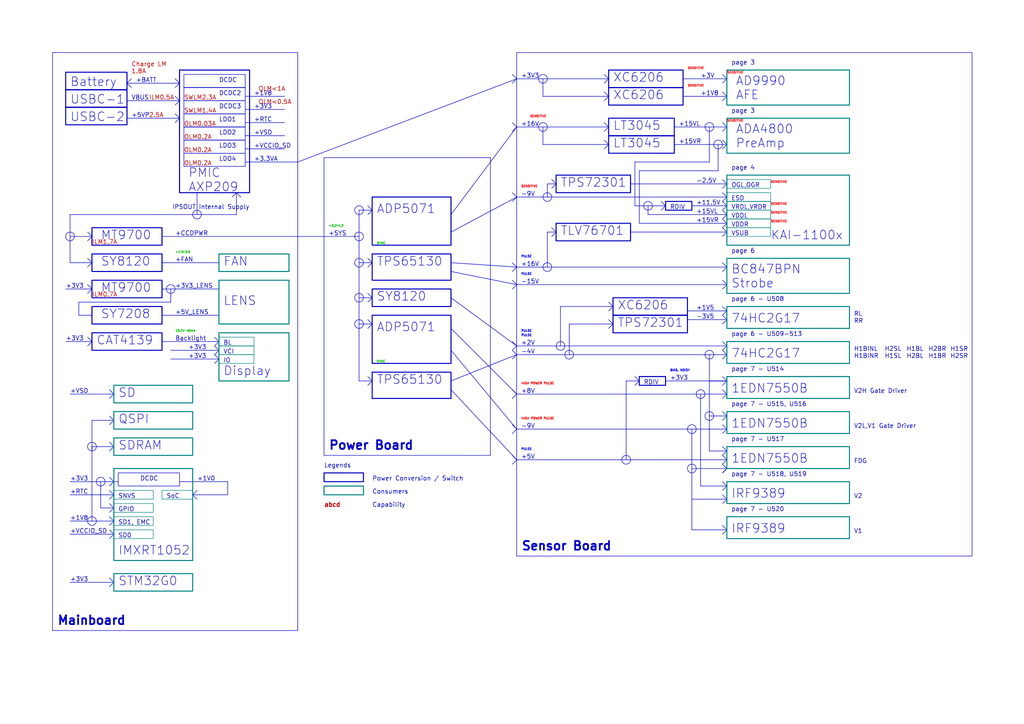
<source format=kicad_sch>
(kicad_sch
	(version 20231120)
	(generator "eeschema")
	(generator_version "8.0")
	(uuid "43b33db2-96c9-47e4-bca6-d2ae882e9e91")
	(paper "A4")
	(title_block
		(title "Sitina 1 IO Board")
		(date "2024-03-08")
		(rev "R0.9")
		(company "Copyright 2024 Wenting Zhang, Anhang Li")
	)
	(lib_symbols)
	(polyline
		(pts
			(xy 177.8 124.46) (xy 210.82 124.46)
		)
		(stroke
			(width 0)
			(type default)
		)
		(uuid "00c1f72c-50cd-4fb3-9221-c33fecb8f9a0")
	)
	(polyline
		(pts
			(xy 130.81 86.36) (xy 149.86 100.33)
		)
		(stroke
			(width 0)
			(type default)
		)
		(uuid "02699df5-5e06-4a23-a655-d518882ecdc0")
	)
	(polyline
		(pts
			(xy 25.4 67.31) (xy 26.67 68.58)
		)
		(stroke
			(width 0)
			(type default)
		)
		(uuid "02dd68cb-9c81-4404-86a6-8fffa2aaad6f")
	)
	(polyline
		(pts
			(xy 209.55 21.59) (xy 210.82 22.86)
		)
		(stroke
			(width 0)
			(type default)
		)
		(uuid "03317e33-fba3-479c-9b74-ff470f82b2cd")
	)
	(polyline
		(pts
			(xy 20.32 151.13) (xy 33.02 151.13)
		)
		(stroke
			(width 0)
			(type default)
		)
		(uuid "038420bb-a41b-4f76-b8a7-833c5d9a51de")
	)
	(polyline
		(pts
			(xy 148.59 24.13) (xy 149.86 22.86)
		)
		(stroke
			(width 0)
			(type default)
		)
		(uuid "039167c8-81c5-44b3-8736-9dfc9de76bd0")
	)
	(polyline
		(pts
			(xy 157.48 22.86) (xy 149.86 22.86)
		)
		(stroke
			(width 0)
			(type default)
		)
		(uuid "03d730b3-2e3c-410e-aff9-9be7dabd2745")
	)
	(polyline
		(pts
			(xy 209.55 125.73) (xy 210.82 124.46)
		)
		(stroke
			(width 0)
			(type default)
		)
		(uuid "0414519c-fa0e-44fd-bf47-f7a48af4b712")
	)
	(polyline
		(pts
			(xy 148.59 76.2) (xy 149.86 77.47)
		)
		(stroke
			(width 0)
			(type default)
		)
		(uuid "04c317e1-ad9d-4020-96bd-a14d0e79478b")
	)
	(polyline
		(pts
			(xy 209.55 76.2) (xy 210.82 77.47)
		)
		(stroke
			(width 0)
			(type default)
		)
		(uuid "07d1e537-89a4-475b-a38d-eb2d0861035c")
	)
	(polyline
		(pts
			(xy 210.82 22.86) (xy 209.55 24.13)
		)
		(stroke
			(width 0)
			(type default)
		)
		(uuid "07ed9e7c-be7b-481b-9af2-93b8347ec526")
	)
	(polyline
		(pts
			(xy 104.14 93.98) (xy 107.95 93.98)
		)
		(stroke
			(width 0)
			(type default)
		)
		(uuid "0adddcbf-1e62-40a5-98d7-fb5554327355")
	)
	(polyline
		(pts
			(xy 209.55 66.04) (xy 210.82 64.77)
		)
		(stroke
			(width 0)
			(type default)
		)
		(uuid "0b77a7e4-117a-403d-9bb6-0c7be4653dd4")
	)
	(polyline
		(pts
			(xy 57.15 62.23) (xy 68.58 62.23)
		)
		(stroke
			(width 0)
			(type default)
		)
		(uuid "0be396e4-b8a5-409d-b699-851069d7709b")
	)
	(polyline
		(pts
			(xy 104.14 110.49) (xy 107.95 110.49)
		)
		(stroke
			(width 0)
			(type default)
		)
		(uuid "0efbac7e-d5d5-42d3-833a-40eca75a7ca8")
	)
	(polyline
		(pts
			(xy 29.21 139.7) (xy 34.29 139.7)
		)
		(stroke
			(width 0)
			(type default)
		)
		(uuid "105267fb-837d-4108-a6db-eebacc3825a3")
	)
	(polyline
		(pts
			(xy 71.12 39.37) (xy 82.55 39.37)
		)
		(stroke
			(width 0)
			(type default)
		)
		(uuid "10b7c7d2-5578-4dd2-8eb3-729fbcd15a41")
	)
	(polyline
		(pts
			(xy 199.39 27.94) (xy 199.39 27.94)
		)
		(stroke
			(width 0)
			(type default)
		)
		(uuid "1144ba70-0554-43b9-bc7f-596e7db4bae4")
	)
	(polyline
		(pts
			(xy 25.4 77.47) (xy 26.67 76.2)
		)
		(stroke
			(width 0)
			(type default)
		)
		(uuid "142f814e-8070-45fc-a08c-fe60af17157b")
	)
	(polyline
		(pts
			(xy 20.32 114.3) (xy 33.02 114.3)
		)
		(stroke
			(width 0)
			(type default)
		)
		(uuid "145e29bc-e86c-4437-aea1-edc595771a47")
	)
	(polyline
		(pts
			(xy 209.55 152.4) (xy 210.82 153.67)
		)
		(stroke
			(width 0)
			(type default)
		)
		(uuid "1582cfb5-bf03-450d-9541-1cdb8d18f1af")
	)
	(polyline
		(pts
			(xy 31.75 123.19) (xy 33.02 121.92)
		)
		(stroke
			(width 0)
			(type default)
		)
		(uuid "187ff91a-3f40-4d82-8621-951a80cd0dea")
	)
	(polyline
		(pts
			(xy 71.12 31.75) (xy 82.55 31.75)
		)
		(stroke
			(width 0)
			(type default)
		)
		(uuid "191253e0-2755-46ee-a834-780de7f9a764")
	)
	(polyline
		(pts
			(xy 184.15 46.99) (xy 184.15 59.69)
		)
		(stroke
			(width 0)
			(type default)
		)
		(uuid "1d3b3c0c-dd0a-40b8-b128-1b5910cb7ed8")
	)
	(polyline
		(pts
			(xy 157.48 41.91) (xy 176.53 41.91)
		)
		(stroke
			(width 0)
			(type default)
		)
		(uuid "1dc69c8b-808e-4494-9401-cf464e4e0750")
	)
	(polyline
		(pts
			(xy 181.61 110.49) (xy 181.61 133.35)
		)
		(stroke
			(width 0)
			(type default)
		)
		(uuid "1dd0cd77-1976-4366-a7f3-9827b499cd88")
	)
	(polyline
		(pts
			(xy 148.59 115.57) (xy 149.86 114.3)
		)
		(stroke
			(width 0)
			(type default)
		)
		(uuid "1ddcfc27-5a42-4dc2-8ac1-fb61386337be")
	)
	(polyline
		(pts
			(xy 175.26 21.59) (xy 176.53 22.86)
		)
		(stroke
			(width 0)
			(type default)
		)
		(uuid "1e8faa7e-e367-41cc-a027-c649125da95e")
	)
	(polyline
		(pts
			(xy 200.66 144.78) (xy 210.82 144.78)
		)
		(stroke
			(width 0)
			(type default)
		)
		(uuid "1f05022b-90ac-4ea6-99a0-052127df1bec")
	)
	(polyline
		(pts
			(xy 104.14 60.96) (xy 107.95 60.96)
		)
		(stroke
			(width 0)
			(type default)
		)
		(uuid "1f4c6baf-2472-4aa6-9648-5159452af18c")
	)
	(polyline
		(pts
			(xy 26.67 121.92) (xy 33.02 121.92)
		)
		(stroke
			(width 0)
			(type default)
		)
		(uuid "1fab61ea-9d17-4638-b06d-662b3d1c41d6")
	)
	(polyline
		(pts
			(xy 209.55 121.92) (xy 210.82 120.65)
		)
		(stroke
			(width 0)
			(type default)
		)
		(uuid "1ffd0563-c08c-4ac7-ac06-cb4e3d574be0")
	)
	(polyline
		(pts
			(xy 182.88 67.31) (xy 210.82 67.31)
		)
		(stroke
			(width 0)
			(type default)
		)
		(uuid "20103e7c-7c40-41ec-bc23-afbbe1675c56")
	)
	(polyline
		(pts
			(xy 198.12 22.86) (xy 210.82 22.86)
		)
		(stroke
			(width 0)
			(type default)
		)
		(uuid "203b5c0e-5701-4e87-9bc4-87bf1ab8f0f3")
	)
	(polyline
		(pts
			(xy 31.75 144.78) (xy 33.02 143.51)
		)
		(stroke
			(width 0)
			(type default)
		)
		(uuid "20959dff-8ff4-4e1a-afa1-b7a00e4afa91")
	)
	(polyline
		(pts
			(xy 50.8 27.94) (xy 52.07 29.21)
		)
		(stroke
			(width 0)
			(type default)
		)
		(uuid "211b1083-274b-4240-a360-eeedf9a054dc")
	)
	(polyline
		(pts
			(xy 49.53 101.6) (xy 63.5 101.6)
		)
		(stroke
			(width 0)
			(type default)
		)
		(uuid "24a23aa3-5aab-4d49-9eb4-f4cbd1d8e191")
	)
	(polyline
		(pts
			(xy 25.4 85.09) (xy 26.67 83.82)
		)
		(stroke
			(width 0)
			(type default)
		)
		(uuid "2554ac07-7dab-4269-8afa-d95ea6d888ac")
	)
	(polyline
		(pts
			(xy 104.14 76.2) (xy 107.95 76.2)
		)
		(stroke
			(width 0)
			(type default)
		)
		(uuid "262e4ff6-6660-44bc-b3b6-c19c8cbab136")
	)
	(polyline
		(pts
			(xy 209.55 119.38) (xy 210.82 120.65)
		)
		(stroke
			(width 0)
			(type default)
		)
		(uuid "263810f5-cf13-4527-8280-3430191336b4")
	)
	(polyline
		(pts
			(xy 130.81 95.25) (xy 149.86 114.3)
		)
		(stroke
			(width 0)
			(type default)
		)
		(uuid "27bbb6ce-82f4-40a5-9a85-1a7bd9d694fc")
	)
	(polyline
		(pts
			(xy 209.55 109.22) (xy 210.82 110.49)
		)
		(stroke
			(width 0)
			(type default)
		)
		(uuid "2875d2fc-5398-4929-817c-5e1efbdc3392")
	)
	(polyline
		(pts
			(xy 149.86 100.33) (xy 210.82 100.33)
		)
		(stroke
			(width 0)
			(type default)
		)
		(uuid "29a206a2-bce6-4054-aaa6-de547627c652")
	)
	(polyline
		(pts
			(xy 149.86 133.35) (xy 148.59 132.08)
		)
		(stroke
			(width 0)
			(type default)
		)
		(uuid "2b4bf615-c477-4aa4-ac35-9d3d0efab5a5")
	)
	(polyline
		(pts
			(xy 193.04 110.49) (xy 210.82 110.49)
		)
		(stroke
			(width 0)
			(type default)
		)
		(uuid "2bd19de1-e99c-4559-bded-5d3619773619")
	)
	(polyline
		(pts
			(xy 199.39 90.17) (xy 210.82 90.17)
		)
		(stroke
			(width 0)
			(type default)
		)
		(uuid "2d481846-e2e3-43d4-88a9-f44c18b1b1e1")
	)
	(polyline
		(pts
			(xy 209.55 88.9) (xy 210.82 90.17)
		)
		(stroke
			(width 0)
			(type default)
		)
		(uuid "2d52e4ab-480f-4644-a34b-ffbef1a3d6a7")
	)
	(polyline
		(pts
			(xy 52.07 139.7) (xy 66.04 139.7)
		)
		(stroke
			(width 0)
			(type default)
		)
		(uuid "2ed93202-4915-4cac-aa43-0958dfa90db3")
	)
	(polyline
		(pts
			(xy 158.75 53.34) (xy 161.29 53.34)
		)
		(stroke
			(width 0)
			(type default)
		)
		(uuid "2f339fcf-c171-4225-8a41-1a3618908c70")
	)
	(polyline
		(pts
			(xy 209.55 101.6) (xy 210.82 102.87)
		)
		(stroke
			(width 0)
			(type default)
		)
		(uuid "2f9d0711-57b4-432d-bf3c-3603908e50e0")
	)
	(polyline
		(pts
			(xy 209.55 99.06) (xy 210.82 100.33)
		)
		(stroke
			(width 0)
			(type default)
		)
		(uuid "301e9429-f4d2-499c-b9af-016229aba160")
	)
	(polyline
		(pts
			(xy 209.55 115.57) (xy 210.82 114.3)
		)
		(stroke
			(width 0)
			(type default)
		)
		(uuid "307f8fc1-dfe0-4400-a1ea-73339a70b6c3")
	)
	(polyline
		(pts
			(xy 20.32 143.51) (xy 33.02 143.51)
		)
		(stroke
			(width 0)
			(type default)
		)
		(uuid "30964e97-d12c-4b9b-ae51-835565300bc3")
	)
	(polyline
		(pts
			(xy 175.26 29.21) (xy 176.53 27.94)
		)
		(stroke
			(width 0)
			(type default)
		)
		(uuid "30fd8a0a-72e8-4ab0-a9d1-ea07ed985bfc")
	)
	(polyline
		(pts
			(xy 209.55 35.56) (xy 210.82 36.83)
		)
		(stroke
			(width 0)
			(type default)
		)
		(uuid "312b9868-253b-4726-9fae-09b722096149")
	)
	(polyline
		(pts
			(xy 149.86 114.3) (xy 177.8 114.3)
		)
		(stroke
			(width 0)
			(type default)
		)
		(uuid "321a47f4-d8f3-4f39-9889-b88786f77aec")
	)
	(polyline
		(pts
			(xy 106.68 85.09) (xy 107.95 86.36)
		)
		(stroke
			(width 0)
			(type default)
		)
		(uuid "329248c1-d783-4824-9c2d-50c3c6867511")
	)
	(polyline
		(pts
			(xy 104.14 86.36) (xy 107.95 86.36)
		)
		(stroke
			(width 0)
			(type default)
		)
		(uuid "32ff6321-2d9d-4fb0-bf6f-866f7b23cb05")
	)
	(polyline
		(pts
			(xy 210.82 130.81) (xy 209.55 132.08)
		)
		(stroke
			(width 0)
			(type default)
		)
		(uuid "348b4db4-7434-45bf-9388-e5969e9cafad")
	)
	(polyline
		(pts
			(xy 205.74 120.65) (xy 205.74 120.65)
		)
		(stroke
			(width 0)
			(type default)
		)
		(uuid "3535a2f5-21ca-428a-81da-9d7f64127023")
	)
	(polyline
		(pts
			(xy 148.59 81.28) (xy 149.86 82.55)
		)
		(stroke
			(width 0)
			(type default)
		)
		(uuid "35e4eef8-043d-421b-8fe5-7d132581ee55")
	)
	(polyline
		(pts
			(xy 209.55 143.51) (xy 210.82 144.78)
		)
		(stroke
			(width 0)
			(type default)
		)
		(uuid "39835e5d-514f-417e-b30f-3b886ac729ae")
	)
	(polyline
		(pts
			(xy 31.75 152.4) (xy 33.02 151.13)
		)
		(stroke
			(width 0)
			(type default)
		)
		(uuid "39e6bd03-83bd-4094-9970-f06884966ede")
	)
	(polyline
		(pts
			(xy 86.36 46.99) (xy 149.86 22.86)
		)
		(stroke
			(width 0)
			(type default)
		)
		(uuid "3a4760a0-9687-4827-bc8f-5a352f3ac8b5")
	)
	(polyline
		(pts
			(xy 191.77 60.96) (xy 193.04 59.69)
		)
		(stroke
			(width 0)
			(type default)
		)
		(uuid "3bbc46dc-4a11-4846-b459-634d6f1df8f8")
	)
	(polyline
		(pts
			(xy 71.12 35.56) (xy 82.55 35.56)
		)
		(stroke
			(width 0)
			(type default)
		)
		(uuid "3d459240-b07f-457d-958c-b8d11fbd77dd")
	)
	(polyline
		(pts
			(xy 190.5 57.15) (xy 200.66 57.15)
		)
		(stroke
			(width 0)
			(type default)
		)
		(uuid "3f470cbe-6701-4a54-8199-8fd4839236c9")
	)
	(polyline
		(pts
			(xy 148.59 123.19) (xy 149.86 124.46)
		)
		(stroke
			(width 0)
			(type default)
		)
		(uuid "4041e8b3-cda0-4c09-8d3e-f1d480415792")
	)
	(polyline
		(pts
			(xy 209.55 78.74) (xy 210.82 77.47)
		)
		(stroke
			(width 0)
			(type default)
		)
		(uuid "4055570e-03ea-498d-993a-94d419693361")
	)
	(polyline
		(pts
			(xy 31.75 113.03) (xy 33.02 114.3)
		)
		(stroke
			(width 0)
			(type default)
		)
		(uuid "406d0c3d-476a-4f4d-88b4-679e3fa0d693")
	)
	(polyline
		(pts
			(xy 20.32 76.2) (xy 26.67 76.2)
		)
		(stroke
			(width 0)
			(type default)
		)
		(uuid "45082646-8e54-4ff9-9739-317add87d4e1")
	)
	(polyline
		(pts
			(xy 176.53 87.63) (xy 177.8 88.9)
		)
		(stroke
			(width 0)
			(type default)
		)
		(uuid "45563305-b0d1-4ea0-a9b1-6312a92e0911")
	)
	(polyline
		(pts
			(xy 209.55 81.28) (xy 210.82 82.55)
		)
		(stroke
			(width 0)
			(type default)
		)
		(uuid "46057983-4819-4e74-ac9e-67d0765fdd94")
	)
	(polyline
		(pts
			(xy 181.61 110.49) (xy 185.42 110.49)
		)
		(stroke
			(width 0)
			(type default)
		)
		(uuid "461bdda4-811b-4fad-b72a-dd33d9cd6a47")
	)
	(polyline
		(pts
			(xy 31.75 128.27) (xy 33.02 129.54)
		)
		(stroke
			(width 0)
			(type default)
		)
		(uuid "462482ca-9910-42be-85ee-2ce2ac6f633b")
	)
	(polyline
		(pts
			(xy 182.88 53.34) (xy 210.82 53.34)
		)
		(stroke
			(width 0)
			(type default)
		)
		(uuid "46e2550d-7398-41f9-9bfa-1db7dadd2adf")
	)
	(polyline
		(pts
			(xy 55.88 143.51) (xy 66.04 143.51)
		)
		(stroke
			(width 0)
			(type default)
		)
		(uuid "4806dc10-4177-4ebf-989e-316dd9a5da5f")
	)
	(polyline
		(pts
			(xy 31.75 149.86) (xy 33.02 151.13)
		)
		(stroke
			(width 0)
			(type default)
		)
		(uuid "4889623a-8ea8-46ab-b550-73e478c1c086")
	)
	(polyline
		(pts
			(xy 175.26 35.56) (xy 176.53 36.83)
		)
		(stroke
			(width 0)
			(type default)
		)
		(uuid "48ecd447-07b1-4fac-9af5-e22099ca312e")
	)
	(polyline
		(pts
			(xy 68.58 55.88) (xy 67.31 57.15)
		)
		(stroke
			(width 0)
			(type default)
		)
		(uuid "4aa1dfb0-30c6-4b87-b170-9a4cab700874")
	)
	(polyline
		(pts
			(xy 148.59 99.06) (xy 149.86 100.33)
		)
		(stroke
			(width 0)
			(type default)
		)
		(uuid "4c0a4684-78ac-46da-92b0-244b5214c5be")
	)
	(polyline
		(pts
			(xy 106.68 74.93) (xy 107.95 76.2)
		)
		(stroke
			(width 0)
			(type default)
		)
		(uuid "4db4d2a4-e4f8-4815-b9cf-ee11a68a6dd8")
	)
	(polyline
		(pts
			(xy 46.99 83.82) (xy 63.5 83.82)
		)
		(stroke
			(width 0)
			(type default)
		)
		(uuid "4dcc0290-391c-4f59-8ebf-c170e151d36c")
	)
	(polyline
		(pts
			(xy 36.83 29.21) (xy 52.07 29.21)
		)
		(stroke
			(width 0)
			(type default)
		)
		(uuid "5020d87c-b599-4ff7-9b05-3a11c922d446")
	)
	(polyline
		(pts
			(xy 158.75 67.31) (xy 161.29 67.31)
		)
		(stroke
			(width 0)
			(type default)
		)
		(uuid "505c09be-8667-4ef5-8447-fab19e5f392d")
	)
	(polyline
		(pts
			(xy 209.55 137.16) (xy 210.82 135.89)
		)
		(stroke
			(width 0)
			(type default)
		)
		(uuid "507b7729-7d59-401f-b411-3494cd69a879")
	)
	(polyline
		(pts
			(xy 149.86 133.35) (xy 177.8 133.35)
		)
		(stroke
			(width 0)
			(type default)
		)
		(uuid "51502291-18e0-4877-a608-f3b0bf24db9f")
	)
	(polyline
		(pts
			(xy 55.88 143.51) (xy 57.15 142.24)
		)
		(stroke
			(width 0)
			(type default)
		)
		(uuid "5235afc4-7f28-4247-aca3-804da770060e")
	)
	(polyline
		(pts
			(xy 130.81 113.03) (xy 149.86 133.35)
		)
		(stroke
			(width 0)
			(type default)
		)
		(uuid "53287a6b-1098-4271-8abb-aa7baa277ef8")
	)
	(polyline
		(pts
			(xy 25.4 100.33) (xy 26.67 99.06)
		)
		(stroke
			(width 0)
			(type default)
		)
		(uuid "53bdfec6-1a7e-466c-a188-53db23e7373a")
	)
	(polyline
		(pts
			(xy 149.86 36.83) (xy 176.53 36.83)
		)
		(stroke
			(width 0)
			(type default)
		)
		(uuid "53e36982-9294-447a-aa42-f7e7cef1257d")
	)
	(polyline
		(pts
			(xy 209.55 101.6) (xy 210.82 100.33)
		)
		(stroke
			(width 0)
			(type default)
		)
		(uuid "5682654c-66ae-45e9-9974-1c565ca63f3f")
	)
	(polyline
		(pts
			(xy 209.55 40.64) (xy 210.82 41.91)
		)
		(stroke
			(width 0)
			(type default)
		)
		(uuid "56a5ce11-95be-4c14-838e-569cee3c23d0")
	)
	(polyline
		(pts
			(xy 148.59 125.73) (xy 149.86 124.46)
		)
		(stroke
			(width 0)
			(type default)
		)
		(uuid "5705d44d-bba3-445a-a65f-e2acf153f8e0")
	)
	(polyline
		(pts
			(xy 36.83 34.29) (xy 52.07 34.29)
		)
		(stroke
			(width 0)
			(type default)
		)
		(uuid "571581cd-ceb5-4e64-9c96-2457bf1eb7da")
	)
	(polyline
		(pts
			(xy 106.68 77.47) (xy 107.95 76.2)
		)
		(stroke
			(width 0)
			(type default)
		)
		(uuid "572b085c-43e2-4221-a6ee-efa60316c25a")
	)
	(polyline
		(pts
			(xy 29.21 139.7) (xy 29.21 143.51)
		)
		(stroke
			(width 0)
			(type default)
		)
		(uuid "575f16f3-dcdf-48c9-9a15-4f2244782423")
	)
	(polyline
		(pts
			(xy 31.75 115.57) (xy 33.02 114.3)
		)
		(stroke
			(width 0)
			(type default)
		)
		(uuid "59255330-9f8a-4e72-832a-34409fc1d173")
	)
	(polyline
		(pts
			(xy 29.21 147.32) (xy 33.02 147.32)
		)
		(stroke
			(width 0)
			(type default)
		)
		(uuid "5ae986e3-e94a-40a3-a6a3-a1ae4c19486d")
	)
	(polyline
		(pts
			(xy 20.32 168.91) (xy 33.02 168.91)
		)
		(stroke
			(width 0)
			(type default)
		)
		(uuid "5b2c281a-5b13-4757-a002-871a03982556")
	)
	(polyline
		(pts
			(xy 130.81 101.6) (xy 149.86 124.46)
		)
		(stroke
			(width 0)
			(type default)
		)
		(uuid "5b5c576b-dcf2-4fb9-b699-a6e706bde6b8")
	)
	(polyline
		(pts
			(xy 177.8 133.35) (xy 210.82 133.35)
		)
		(stroke
			(width 0)
			(type default)
		)
		(uuid "5c378fe1-9f1a-47cc-acda-26d6f5a67fc3")
	)
	(polyline
		(pts
			(xy 22.86 87.63) (xy 22.86 91.44)
		)
		(stroke
			(width 0)
			(type default)
		)
		(uuid "5c44172a-6131-4f9c-a898-628bce355286")
	)
	(polyline
		(pts
			(xy 19.05 99.06) (xy 26.67 99.06)
		)
		(stroke
			(width 0)
			(type default)
		)
		(uuid "5cad3517-7ee8-4bea-8997-d7aaaafad237")
	)
	(polyline
		(pts
			(xy 36.83 24.13) (xy 38.1 22.86)
		)
		(stroke
			(width 0)
			(type default)
		)
		(uuid "5e05bb1e-91a5-49ed-84f2-00673bc944b1")
	)
	(polyline
		(pts
			(xy 209.55 26.67) (xy 210.82 27.94)
		)
		(stroke
			(width 0)
			(type default)
		)
		(uuid "5eacc73c-0971-428f-99b9-148a4d1cf86f")
	)
	(polyline
		(pts
			(xy 209.55 134.62) (xy 210.82 133.35)
		)
		(stroke
			(width 0)
			(type default)
		)
		(uuid "5f3531ae-0012-49c4-8d83-beb669352261")
	)
	(polyline
		(pts
			(xy 29.21 143.51) (xy 29.21 147.32)
		)
		(stroke
			(width 0)
			(type default)
		)
		(uuid "61af9871-0f8c-4de7-be3d-e0820cf6afe6")
	)
	(polyline
		(pts
			(xy 209.55 63.5) (xy 210.82 62.23)
		)
		(stroke
			(width 0)
			(type default)
		)
		(uuid "62a2dc83-3f64-43c5-a523-641c45235e14")
	)
	(polyline
		(pts
			(xy 50.8 30.48) (xy 52.07 29.21)
		)
		(stroke
			(width 0)
			(type default)
		)
		(uuid "62bdf805-b894-4b71-8cdb-57d33b16784a")
	)
	(polyline
		(pts
			(xy 57.15 55.88) (xy 57.15 62.23)
		)
		(stroke
			(width 0)
			(type default)
		)
		(uuid "6350df09-f12c-46a5-88fe-b6f7bb53df43")
	)
	(polyline
		(pts
			(xy 210.82 64.77) (xy 209.55 63.5)
		)
		(stroke
			(width 0)
			(type default)
		)
		(uuid "6396a2f5-71c7-4c38-9361-7603b7d92945")
	)
	(polyline
		(pts
			(xy 104.14 60.96) (xy 104.14 110.49)
		)
		(stroke
			(width 0)
			(type default)
		)
		(uuid "65397cc0-1157-4a87-97d9-9f980f9666ca")
	)
	(polyline
		(pts
			(xy 93.98 68.58) (xy 104.14 68.58)
		)
		(stroke
			(width 0)
			(type default)
		)
		(uuid "65dd7b8c-4d6e-4523-9d10-3e79ac8f9dc6")
	)
	(polyline
		(pts
			(xy 210.82 59.69) (xy 209.55 58.42)
		)
		(stroke
			(width 0)
			(type default)
		)
		(uuid "67acd06a-aef3-4861-81a8-d53367d5ad0a")
	)
	(polyline
		(pts
			(xy 185.42 49.53) (xy 208.28 49.53)
		)
		(stroke
			(width 0)
			(type default)
		)
		(uuid "67fcd724-eddf-43c8-894f-e81367051e96")
	)
	(polyline
		(pts
			(xy 148.59 38.1) (xy 149.86 36.83)
		)
		(stroke
			(width 0)
			(type default)
		)
		(uuid "6823907b-c89c-4afd-8578-12a39ad39679")
	)
	(polyline
		(pts
			(xy 31.75 156.21) (xy 33.02 154.94)
		)
		(stroke
			(width 0)
			(type default)
		)
		(uuid "69f3874d-1423-4722-a675-a02159ae96ac")
	)
	(polyline
		(pts
			(xy 209.55 91.44) (xy 210.82 92.71)
		)
		(stroke
			(width 0)
			(type default)
		)
		(uuid "6bbb3de0-f2e1-49aa-83d5-1d62c65066dc")
	)
	(polyline
		(pts
			(xy 186.69 59.69) (xy 193.04 59.69)
		)
		(stroke
			(width 0)
			(type default)
		)
		(uuid "6bf01634-d5c7-47e8-bc17-877c0cf6986c")
	)
	(polyline
		(pts
			(xy 187.96 59.69) (xy 187.96 62.23)
		)
		(stroke
			(width 0)
			(type default)
		)
		(uuid "6e307076-01ba-4b8b-bbbc-c4c37ce0d531")
	)
	(polyline
		(pts
			(xy 49.53 83.82) (xy 49.53 87.63)
		)
		(stroke
			(width 0)
			(type default)
		)
		(uuid "6fdb62fd-6ded-4037-8ef4-5b9174918b9e")
	)
	(polyline
		(pts
			(xy 200.66 124.46) (xy 200.66 144.78)
		)
		(stroke
			(width 0)
			(type default)
		)
		(uuid "702b060e-d274-4445-91eb-de4249069ab5")
	)
	(polyline
		(pts
			(xy 130.81 110.49) (xy 149.86 102.87)
		)
		(stroke
			(width 0)
			(type default)
		)
		(uuid "71920731-018b-430f-bac7-b92688a5c1cb")
	)
	(polyline
		(pts
			(xy 25.4 82.55) (xy 26.67 83.82)
		)
		(stroke
			(width 0)
			(type default)
		)
		(uuid "72c53248-70a8-45b9-9f28-0678eac59680")
	)
	(polyline
		(pts
			(xy 106.68 62.23) (xy 107.95 60.96)
		)
		(stroke
			(width 0)
			(type default)
		)
		(uuid "72d8feb6-4a86-40cb-a110-aceae28b2ddf")
	)
	(polyline
		(pts
			(xy 148.59 134.62) (xy 149.86 133.35)
		)
		(stroke
			(width 0)
			(type default)
		)
		(uuid "76b49d91-9b55-43fb-b0d7-a5601560b64e")
	)
	(polyline
		(pts
			(xy 176.53 95.25) (xy 177.8 93.98)
		)
		(stroke
			(width 0)
			(type default)
		)
		(uuid "76ef0fdc-18b2-4a8f-b511-bddfa4809f6d")
	)
	(polyline
		(pts
			(xy 158.75 53.34) (xy 158.75 57.15)
		)
		(stroke
			(width 0)
			(type default)
		)
		(uuid "774be12d-6a41-4e34-bed6-14cdcb4a1cb0")
	)
	(polyline
		(pts
			(xy 148.59 104.14) (xy 149.86 102.87)
		)
		(stroke
			(width 0)
			(type default)
		)
		(uuid "78b4501c-0f45-4b80-b7e9-4869b89ebffa")
	)
	(polyline
		(pts
			(xy 50.8 33.02) (xy 52.07 34.29)
		)
		(stroke
			(width 0)
			(type default)
		)
		(uuid "78cf2d73-0950-4d0e-aae1-e2a8318ea5ec")
	)
	(polyline
		(pts
			(xy 175.26 43.18) (xy 176.53 41.91)
		)
		(stroke
			(width 0)
			(type default)
		)
		(uuid "79c2ef83-0a54-4f63-af6e-73d0c976f0e8")
	)
	(polyline
		(pts
			(xy 20.32 139.7) (xy 29.21 139.7)
		)
		(stroke
			(width 0)
			(type default)
		)
		(uuid "79fcd0f7-c68f-415d-a629-7532b776b7da")
	)
	(polyline
		(pts
			(xy 26.67 129.54) (xy 26.67 151.13)
		)
		(stroke
			(width 0)
			(type default)
		)
		(uuid "7a05ce0f-8fb2-4c87-a389-965554e7198d")
	)
	(polyline
		(pts
			(xy 106.68 111.76) (xy 107.95 110.49)
		)
		(stroke
			(width 0)
			(type default)
		)
		(uuid "7a1aab44-ca49-4a9e-b6f8-d7baada69da8")
	)
	(polyline
		(pts
			(xy 162.56 88.9) (xy 177.8 88.9)
		)
		(stroke
			(width 0)
			(type default)
		)
		(uuid "7cf48187-54e6-416a-91bd-d4371ed28013")
	)
	(polyline
		(pts
			(xy 19.05 83.82) (xy 26.67 83.82)
		)
		(stroke
			(width 0)
			(type default)
		)
		(uuid "7d48c894-e6ba-4d2f-922b-f3afd1078a74")
	)
	(polyline
		(pts
			(xy 200.66 59.69) (xy 210.82 59.69)
		)
		(stroke
			(width 0)
			(type default)
		)
		(uuid "7d9efbd7-5013-48fd-9b8f-d3001f51e7cc")
	)
	(polyline
		(pts
			(xy 71.12 27.94) (xy 82.55 27.94)
		)
		(stroke
			(width 0)
			(type default)
		)
		(uuid "81035161-25d1-4181-a17b-fa0afd263c51")
	)
	(polyline
		(pts
			(xy 62.23 100.33) (xy 63.5 99.06)
		)
		(stroke
			(width 0)
			(type default)
		)
		(uuid "8151f3cc-9c2c-4f40-98d6-cec891a81d97")
	)
	(polyline
		(pts
			(xy 160.02 54.61) (xy 161.29 53.34)
		)
		(stroke
			(width 0)
			(type default)
		)
		(uuid "81c87dc5-4849-4609-976b-2f81e6b6334f")
	)
	(polyline
		(pts
			(xy 26.67 121.92) (xy 26.67 130.81)
		)
		(stroke
			(width 0)
			(type default)
		)
		(uuid "81d53911-49b2-44dc-8a96-84e9ca37d03d")
	)
	(polyline
		(pts
			(xy 165.1 93.98) (xy 165.1 102.87)
		)
		(stroke
			(width 0)
			(type default)
		)
		(uuid "83b7b31e-5830-4900-95e9-cd40bfb298d5")
	)
	(polyline
		(pts
			(xy 209.55 38.1) (xy 210.82 36.83)
		)
		(stroke
			(width 0)
			(type default)
		)
		(uuid "83dde4f8-d4cd-43df-b221-3035f68f4f38")
	)
	(polyline
		(pts
			(xy 210.82 57.15) (xy 209.55 55.88)
		)
		(stroke
			(width 0)
			(type default)
		)
		(uuid "84399df2-7ee0-4b8f-a93e-0f634af3aff6")
	)
	(polyline
		(pts
			(xy 184.15 109.22) (xy 185.42 110.49)
		)
		(stroke
			(width 0)
			(type default)
		)
		(uuid "84be7716-a1fa-4dd7-acb2-c6b2463c0e94")
	)
	(polyline
		(pts
			(xy 205.74 120.65) (xy 205.74 130.81)
		)
		(stroke
			(width 0)
			(type default)
		)
		(uuid "85903401-19bd-4b4b-834d-8a6a75336e97")
	)
	(polyline
		(pts
			(xy 209.55 83.82) (xy 210.82 82.55)
		)
		(stroke
			(width 0)
			(type default)
		)
		(uuid "85c0b0ca-e458-4bff-83a0-58ff19f7f664")
	)
	(polyline
		(pts
			(xy 209.55 111.76) (xy 210.82 110.49)
		)
		(stroke
			(width 0)
			(type default)
		)
		(uuid "865f3ff4-4473-4650-9729-d9973cea6ffe")
	)
	(polyline
		(pts
			(xy 209.55 60.96) (xy 210.82 59.69)
		)
		(stroke
			(width 0)
			(type default)
		)
		(uuid "865fd65e-f87e-486d-b3dc-d725b9902473")
	)
	(polyline
		(pts
			(xy 36.83 24.13) (xy 52.07 24.13)
		)
		(stroke
			(width 0)
			(type default)
		)
		(uuid "8713db3c-d3f6-47af-bbac-a1cc74fe2e02")
	)
	(polyline
		(pts
			(xy 205.74 120.65) (xy 210.82 120.65)
		)
		(stroke
			(width 0)
			(type default)
		)
		(uuid "8791d674-c78e-4c66-b768-a71e043ca94f")
	)
	(polyline
		(pts
			(xy 31.75 146.05) (xy 33.02 147.32)
		)
		(stroke
			(width 0)
			(type default)
		)
		(uuid "88060c5c-ab9b-4c8b-8d24-7b27f3ed1936")
	)
	(polyline
		(pts
			(xy 200.66 153.67) (xy 210.82 153.67)
		)
		(stroke
			(width 0)
			(type default)
		)
		(uuid "88e04a3a-5ecc-41e6-b7d1-34805c40bfce")
	)
	(polyline
		(pts
			(xy 106.68 87.63) (xy 107.95 86.36)
		)
		(stroke
			(width 0)
			(type default)
		)
		(uuid "88e2c555-43d7-4885-ae52-34d989f66cc1")
	)
	(polyline
		(pts
			(xy 209.55 113.03) (xy 210.82 114.3)
		)
		(stroke
			(width 0)
			(type default)
		)
		(uuid "8a468026-d16a-4ffd-afad-be4235619559")
	)
	(polyline
		(pts
			(xy 200.66 57.15) (xy 210.82 57.15)
		)
		(stroke
			(width 0)
			(type default)
		)
		(uuid "8b956bff-b973-4663-a323-f48abc60b776")
	)
	(polyline
		(pts
			(xy 148.59 78.74) (xy 149.86 77.47)
		)
		(stroke
			(width 0)
			(type default)
		)
		(uuid "8bc3f9d7-2f93-4f62-a9ed-f04da7e06966")
	)
	(polyline
		(pts
			(xy 184.15 46.99) (xy 205.74 46.99)
		)
		(stroke
			(width 0)
			(type default)
		)
		(uuid "8c654482-998f-4d85-b0b4-2a01800c9c51")
	)
	(polyline
		(pts
			(xy 31.75 138.43) (xy 33.02 139.7)
		)
		(stroke
			(width 0)
			(type default)
		)
		(uuid "8cfb67e2-cd7f-4381-9835-88dc9e335359")
	)
	(polyline
		(pts
			(xy 195.58 36.83) (xy 210.82 36.83)
		)
		(stroke
			(width 0)
			(type default)
		)
		(uuid "8d9b006d-19d1-4020-bd98-a8e7f0643e58")
	)
	(polyline
		(pts
			(xy 205.74 46.99) (xy 205.74 36.83)
		)
		(stroke
			(width 0)
			(type default)
		)
		(uuid "8e14f01e-12f0-415e-95cb-d1f78b83b375")
	)
	(polyline
		(pts
			(xy 68.58 62.23) (xy 68.58 55.88)
		)
		(stroke
			(width 0)
			(type default)
		)
		(uuid "8f1c1b80-4a6a-48b4-8942-9a300b4816d4")
	)
	(polyline
		(pts
			(xy 195.58 41.91) (xy 210.82 41.91)
		)
		(stroke
			(width 0)
			(type default)
		)
		(uuid "8f5421a0-c13c-4270-a283-8f03accf8b39")
	)
	(polyline
		(pts
			(xy 157.48 22.86) (xy 157.48 27.94)
		)
		(stroke
			(width 0)
			(type default)
		)
		(uuid "8f616e10-cbdd-44e6-ac53-f98f9cc551ae")
	)
	(polyline
		(pts
			(xy 160.02 68.58) (xy 161.29 67.31)
		)
		(stroke
			(width 0)
			(type default)
		)
		(uuid "908927e8-86b3-43b4-985e-d4782a7c6000")
	)
	(polyline
		(pts
			(xy 57.15 62.23) (xy 20.32 62.23)
		)
		(stroke
			(width 0)
			(type default)
		)
		(uuid "937f87d1-f864-4247-99a3-9d95c71ae232")
	)
	(polyline
		(pts
			(xy 176.53 90.17) (xy 177.8 88.9)
		)
		(stroke
			(width 0)
			(type default)
		)
		(uuid "94f47135-ea65-45e3-a79f-f48c72cdfef9")
	)
	(polyline
		(pts
			(xy 157.48 36.83) (xy 157.48 41.91)
		)
		(stroke
			(width 0)
			(type default)
		)
		(uuid "9623706a-9bcd-46a5-8518-ac88e62873dd")
	)
	(polyline
		(pts
			(xy 176.53 92.71) (xy 177.8 93.98)
		)
		(stroke
			(width 0)
			(type default)
		)
		(uuid "974056f2-7d01-4ae8-836c-4e9ba549a093")
	)
	(polyline
		(pts
			(xy 106.68 59.69) (xy 107.95 60.96)
		)
		(stroke
			(width 0)
			(type default)
		)
		(uuid "9773b4cc-28bc-4ac2-b958-c10191e31e6e")
	)
	(polyline
		(pts
			(xy 157.48 27.94) (xy 176.53 27.94)
		)
		(stroke
			(width 0)
			(type default)
		)
		(uuid "97e03e45-652c-4526-8e53-25f475804639")
	)
	(polyline
		(pts
			(xy 31.75 120.65) (xy 33.02 121.92)
		)
		(stroke
			(width 0)
			(type default)
		)
		(uuid "98c40f51-5ccb-4bb5-a4ff-ee815b35cb91")
	)
	(polyline
		(pts
			(xy 148.59 83.82) (xy 149.86 82.55)
		)
		(stroke
			(width 0)
			(type default)
		)
		(uuid "9b92ffc6-145e-4d09-b145-659d5123ba10")
	)
	(polyline
		(pts
			(xy 130.81 78.74) (xy 149.86 82.55)
		)
		(stroke
			(width 0)
			(type default)
		)
		(uuid "9e820cf1-e913-4575-821f-feda64137384")
	)
	(polyline
		(pts
			(xy 49.53 87.63) (xy 22.86 87.63)
		)
		(stroke
			(width 0)
			(type default)
		)
		(uuid "9ec60923-772e-4503-930f-e93280c146dc")
	)
	(polyline
		(pts
			(xy 149.86 82.55) (xy 210.82 82.55)
		)
		(stroke
			(width 0)
			(type default)
		)
		(uuid "9fa65d9b-2c6c-4f37-b58c-8c9f25839610")
	)
	(polyline
		(pts
			(xy 205.74 110.49) (xy 210.82 110.49)
		)
		(stroke
			(width 0)
			(type default)
		)
		(uuid "a07f8c3f-4adc-4cca-bc73-ce149e5a251e")
	)
	(polyline
		(pts
			(xy 149.86 77.47) (xy 210.82 77.47)
		)
		(stroke
			(width 0)
			(type default)
		)
		(uuid "a247c0b0-0b65-4240-8330-84294f2e2888")
	)
	(polyline
		(pts
			(xy 149.86 57.15) (xy 190.5 57.15)
		)
		(stroke
			(width 0)
			(type default)
		)
		(uuid "a33313df-a36d-48f4-a6cc-ba871f71765e")
	)
	(polyline
		(pts
			(xy 46.99 91.44) (xy 63.5 91.44)
		)
		(stroke
			(width 0)
			(type default)
		)
		(uuid "a3b47e61-cecd-43e4-a064-1e66d4a53f76")
	)
	(polyline
		(pts
			(xy 148.59 58.42) (xy 149.86 57.15)
		)
		(stroke
			(width 0)
			(type default)
		)
		(uuid "a56a02a8-cea9-46c0-bb7c-636fe0047ac4")
	)
	(polyline
		(pts
			(xy 63.5 104.14) (xy 62.23 102.87)
		)
		(stroke
			(width 0)
			(type default)
		)
		(uuid "a7d36510-bf24-49fe-8da5-cb5dffad6afa")
	)
	(polyline
		(pts
			(xy 149.86 124.46) (xy 177.8 124.46)
		)
		(stroke
			(width 0)
			(type default)
		)
		(uuid "a8b7553d-8c55-466a-a9e9-df1715ed35c9")
	)
	(polyline
		(pts
			(xy 208.28 49.53) (xy 208.28 41.91)
		)
		(stroke
			(width 0)
			(type default)
		)
		(uuid "a917b518-a1d3-4753-9af7-8f9d10737330")
	)
	(polyline
		(pts
			(xy 69.85 57.15) (xy 68.58 55.88)
		)
		(stroke
			(width 0)
			(type default)
		)
		(uuid "a92885dc-f87a-4d3b-9157-320cc52a7151")
	)
	(polyline
		(pts
			(xy 199.39 27.94) (xy 210.82 27.94)
		)
		(stroke
			(width 0)
			(type default)
		)
		(uuid "aa02c1ff-8991-4416-8833-36e911aaef51")
	)
	(polyline
		(pts
			(xy 209.55 142.24) (xy 210.82 140.97)
		)
		(stroke
			(width 0)
			(type default)
		)
		(uuid "aa053eb1-a768-4726-bb31-c33496d5c2c3")
	)
	(polyline
		(pts
			(xy 175.26 38.1) (xy 176.53 36.83)
		)
		(stroke
			(width 0)
			(type default)
		)
		(uuid "aa4dd453-3fd4-4fc4-93f7-4ff755f509a9")
	)
	(polyline
		(pts
			(xy 209.55 146.05) (xy 210.82 144.78)
		)
		(stroke
			(width 0)
			(type default)
		)
		(uuid "abd64d13-cf39-42d8-9d54-c693a7750c1d")
	)
	(polyline
		(pts
			(xy 209.55 58.42) (xy 210.82 57.15)
		)
		(stroke
			(width 0)
			(type default)
		)
		(uuid "ac337855-bb71-419b-a7bc-c2fa38793cb4")
	)
	(polyline
		(pts
			(xy 203.2 114.3) (xy 203.2 140.97)
		)
		(stroke
			(width 0)
			(type default)
		)
		(uuid "adcc9388-9ea3-4a9b-9dd5-826ba68b811a")
	)
	(polyline
		(pts
			(xy 175.26 24.13) (xy 176.53 22.86)
		)
		(stroke
			(width 0)
			(type default)
		)
		(uuid "ae05789c-9987-4788-b876-95c63b205978")
	)
	(polyline
		(pts
			(xy 205.74 102.87) (xy 205.74 120.65)
		)
		(stroke
			(width 0)
			(type default)
		)
		(uuid "b383f29b-a250-4693-aa30-c620c7e7be49")
	)
	(polyline
		(pts
			(xy 55.88 143.51) (xy 57.15 144.78)
		)
		(stroke
			(width 0)
			(type default)
		)
		(uuid "b391cdbb-8f95-4ba2-aeb4-05a80f1efdad")
	)
	(polyline
		(pts
			(xy 200.66 144.78) (xy 200.66 153.67)
		)
		(stroke
			(width 0)
			(type default)
		)
		(uuid "b3dc300d-58e3-463b-97a6-166a52027903")
	)
	(polyline
		(pts
			(xy 210.82 64.77) (xy 185.42 64.77)
		)
		(stroke
			(width 0)
			(type default)
		)
		(uuid "b4c51e14-d8f6-49bf-a27a-61e187a8bf0e")
	)
	(polyline
		(pts
			(xy 209.55 132.08) (xy 210.82 133.35)
		)
		(stroke
			(width 0)
			(type default)
		)
		(uuid "b8312992-c57d-44c4-971b-4712362e3248")
	)
	(polyline
		(pts
			(xy 62.23 97.79) (xy 63.5 99.06)
		)
		(stroke
			(width 0)
			(type default)
		)
		(uuid "b8b1eb52-fb0f-48f2-8050-93118e60f17d")
	)
	(polyline
		(pts
			(xy 62.23 105.41) (xy 63.5 104.14)
		)
		(stroke
			(width 0)
			(type default)
		)
		(uuid "b8b72b6e-5cf6-40b3-b2e2-e0f461bb260d")
	)
	(polyline
		(pts
			(xy 209.55 91.44) (xy 210.82 90.17)
		)
		(stroke
			(width 0)
			(type default)
		)
		(uuid "b9250768-c526-4cd3-a2bd-cf1790a6ce44")
	)
	(polyline
		(pts
			(xy 106.68 92.71) (xy 107.95 93.98)
		)
		(stroke
			(width 0)
			(type default)
		)
		(uuid "b94671fe-9b68-4676-b94e-b94bf0598761")
	)
	(polyline
		(pts
			(xy 149.86 114.3) (xy 148.59 113.03)
		)
		(stroke
			(width 0)
			(type default)
		)
		(uuid "b9a8d784-efd4-4004-86ac-08ada6d38c81")
	)
	(polyline
		(pts
			(xy 130.81 67.31) (xy 149.86 57.15)
		)
		(stroke
			(width 0)
			(type default)
		)
		(uuid "b9d9f60c-11ed-4090-9c56-13b9601834f4")
	)
	(polyline
		(pts
			(xy 63.5 101.6) (xy 62.23 100.33)
		)
		(stroke
			(width 0)
			(type default)
		)
		(uuid "ba79cad0-46e1-423f-a0f3-1a599a5505f6")
	)
	(polyline
		(pts
			(xy 191.77 58.42) (xy 193.04 59.69)
		)
		(stroke
			(width 0)
			(type default)
		)
		(uuid "ba7f485c-c220-4d1a-aff3-c36bf3614ccd")
	)
	(polyline
		(pts
			(xy 177.8 114.3) (xy 210.82 114.3)
		)
		(stroke
			(width 0)
			(type default)
		)
		(uuid "bbc50f73-5cc4-415b-8165-8ffb206bce24")
	)
	(polyline
		(pts
			(xy 106.68 109.22) (xy 107.95 110.49)
		)
		(stroke
			(width 0)
			(type default)
		)
		(uuid "bbcd82c2-9a2c-4615-8e9c-336059df4b00")
	)
	(polyline
		(pts
			(xy 185.42 64.77) (xy 185.42 49.53)
		)
		(stroke
			(width 0)
			(type default)
		)
		(uuid "bc33a81f-c916-4286-998b-08b7dc28c5fd")
	)
	(polyline
		(pts
			(xy 175.26 40.64) (xy 176.53 41.91)
		)
		(stroke
			(width 0)
			(type default)
		)
		(uuid "bc938bef-2457-4ecc-b9d1-8a90a47e7779")
	)
	(polyline
		(pts
			(xy 49.53 104.14) (xy 63.5 104.14)
		)
		(stroke
			(width 0)
			(type default)
		)
		(uuid "bdb38aa5-d9d7-40e5-b4df-0ce643720188")
	)
	(polyline
		(pts
			(xy 106.68 95.25) (xy 107.95 93.98)
		)
		(stroke
			(width 0)
			(type default)
		)
		(uuid "bf9310d4-a048-48ba-88ed-a20eb0230acf")
	)
	(polyline
		(pts
			(xy 46.99 68.58) (xy 93.98 68.58)
		)
		(stroke
			(width 0)
			(type default)
		)
		(uuid "c0a8f294-99bb-4e85-97cd-9f43e02074ce")
	)
	(polyline
		(pts
			(xy 198.12 27.94) (xy 199.39 27.94)
		)
		(stroke
			(width 0)
			(type default)
		)
		(uuid "c0f84f31-5027-46d5-b351-32bd2cd89d05")
	)
	(polyline
		(pts
			(xy 25.4 97.79) (xy 26.67 99.06)
		)
		(stroke
			(width 0)
			(type default)
		)
		(uuid "c13ee5d4-8c70-4b74-9fb6-9fc4c6391e13")
	)
	(polyline
		(pts
			(xy 209.55 129.54) (xy 210.82 130.81)
		)
		(stroke
			(width 0)
			(type default)
		)
		(uuid "c14c22aa-0b22-469a-9159-4895afa42a31")
	)
	(polyline
		(pts
			(xy 20.32 68.58) (xy 26.67 68.58)
		)
		(stroke
			(width 0)
			(type default)
		)
		(uuid "c23bb855-29e0-44f1-8f79-09572e3d69fb")
	)
	(polyline
		(pts
			(xy 149.86 102.87) (xy 148.59 101.6)
		)
		(stroke
			(width 0)
			(type default)
		)
		(uuid "c253bcfe-2fc6-495f-9908-1ebfb26aaf67")
	)
	(polyline
		(pts
			(xy 46.99 76.2) (xy 63.5 76.2)
		)
		(stroke
			(width 0)
			(type default)
		)
		(uuid "c2f0214a-f334-49cf-a332-e5e39eed7525")
	)
	(polyline
		(pts
			(xy 71.12 46.99) (xy 86.36 46.99)
		)
		(stroke
			(width 0)
			(type default)
		)
		(uuid "c3aeb415-85aa-4a8f-9185-5f176c0868db")
	)
	(polyline
		(pts
			(xy 36.83 24.13) (xy 38.1 25.4)
		)
		(stroke
			(width 0)
			(type default)
		)
		(uuid "c779c25d-7d71-4c85-92ae-d297935314c8")
	)
	(polyline
		(pts
			(xy 175.26 26.67) (xy 176.53 27.94)
		)
		(stroke
			(width 0)
			(type default)
		)
		(uuid "c798a2bc-d810-4c86-a568-6309fef68c79")
	)
	(polyline
		(pts
			(xy 160.02 66.04) (xy 161.29 67.31)
		)
		(stroke
			(width 0)
			(type default)
		)
		(uuid "c922bbde-9273-4ef2-9050-0ef67316502b")
	)
	(polyline
		(pts
			(xy 46.99 99.06) (xy 63.5 99.06)
		)
		(stroke
			(width 0)
			(type default)
		)
		(uuid "ca3ccef7-2503-477b-87e3-692c01ff08a8")
	)
	(polyline
		(pts
			(xy 210.82 67.31) (xy 209.55 66.04)
		)
		(stroke
			(width 0)
			(type default)
		)
		(uuid "ca747bae-bb6e-44e3-bc57-97d95aadeca3")
	)
	(polyline
		(pts
			(xy 200.66 135.89) (xy 210.82 135.89)
		)
		(stroke
			(width 0)
			(type default)
		)
		(uuid "ca7c1193-cccf-44a0-ab01-eaba7a762e86")
	)
	(polyline
		(pts
			(xy 199.39 92.71) (xy 210.82 92.71)
		)
		(stroke
			(width 0)
			(type default)
		)
		(uuid "cd544ca3-0fc0-4cc8-b6a5-4708b6a78109")
	)
	(polyline
		(pts
			(xy 210.82 135.89) (xy 209.55 134.62)
		)
		(stroke
			(width 0)
			(type default)
		)
		(uuid "cd68d1ee-a7a1-4539-be7b-8ab851830d74")
	)
	(polyline
		(pts
			(xy 158.75 67.31) (xy 158.75 77.47)
		)
		(stroke
			(width 0)
			(type default)
		)
		(uuid "cead1f05-0ef4-4795-aab1-4f4e63e0ad88")
	)
	(polyline
		(pts
			(xy 157.48 22.86) (xy 176.53 22.86)
		)
		(stroke
			(width 0)
			(type default)
		)
		(uuid "d0e46789-0fcb-42de-87b2-9e4f74979438")
	)
	(polyline
		(pts
			(xy 162.56 88.9) (xy 162.56 100.33)
		)
		(stroke
			(width 0)
			(type default)
		)
		(uuid "d1ef6f6b-2fda-427e-9432-cfdb91ffebe1")
	)
	(polyline
		(pts
			(xy 130.81 62.23) (xy 149.86 36.83)
		)
		(stroke
			(width 0)
			(type default)
		)
		(uuid "d6d5b291-3392-45f0-a89f-50d3548b2cdb")
	)
	(polyline
		(pts
			(xy 25.4 74.93) (xy 26.67 76.2)
		)
		(stroke
			(width 0)
			(type default)
		)
		(uuid "d7eadb9e-72a8-4e7c-8ee1-e06770eb4297")
	)
	(polyline
		(pts
			(xy 209.55 43.18) (xy 210.82 41.91)
		)
		(stroke
			(width 0)
			(type default)
		)
		(uuid "dc5e6118-67a2-4705-bf68-df68bc56e113")
	)
	(polyline
		(pts
			(xy 31.75 167.64) (xy 33.02 168.91)
		)
		(stroke
			(width 0)
			(type default)
		)
		(uuid "dd1a6cf7-6406-428a-a809-87599356710a")
	)
	(polyline
		(pts
			(xy 71.12 43.18) (xy 82.55 43.18)
		)
		(stroke
			(width 0)
			(type default)
		)
		(uuid "dd549e1e-570d-4e6f-996c-54e68172252d")
	)
	(polyline
		(pts
			(xy 148.59 55.88) (xy 149.86 57.15)
		)
		(stroke
			(width 0)
			(type default)
		)
		(uuid "e0701ec4-a556-449f-9a67-e44460c52482")
	)
	(polyline
		(pts
			(xy 66.04 139.7) (xy 66.04 143.51)
		)
		(stroke
			(width 0)
			(type default)
		)
		(uuid "e1eb76e0-a58b-426f-9f0b-8e07aaa4091e")
	)
	(polyline
		(pts
			(xy 160.02 52.07) (xy 161.29 53.34)
		)
		(stroke
			(width 0)
			(type default)
		)
		(uuid "e25902bf-d19c-4c56-91e9-2aa8b2ce3f0e")
	)
	(polyline
		(pts
			(xy 31.75 140.97) (xy 33.02 139.7)
		)
		(stroke
			(width 0)
			(type default)
		)
		(uuid "e2717121-9084-4520-a818-eb1beccc924c")
	)
	(polyline
		(pts
			(xy 31.75 130.81) (xy 33.02 129.54)
		)
		(stroke
			(width 0)
			(type default)
		)
		(uuid "e3d20b6a-7eec-4cf5-883b-f821722940bf")
	)
	(polyline
		(pts
			(xy 31.75 170.18) (xy 33.02 168.91)
		)
		(stroke
			(width 0)
			(type default)
		)
		(uuid "e50da196-40a7-4624-ada5-0ff626f5b743")
	)
	(polyline
		(pts
			(xy 209.55 154.94) (xy 210.82 153.67)
		)
		(stroke
			(width 0)
			(type default)
		)
		(uuid "e588925b-0b56-44bd-b499-ce78b46934c6")
	)
	(polyline
		(pts
			(xy 31.75 148.59) (xy 33.02 147.32)
		)
		(stroke
			(width 0)
			(type default)
		)
		(uuid "e9f21750-2be8-422b-9afa-d7b684c91e06")
	)
	(polyline
		(pts
			(xy 205.74 130.81) (xy 210.82 130.81)
		)
		(stroke
			(width 0)
			(type default)
		)
		(uuid "ec9cc99c-f57f-4167-ae08-dfc848a99287")
	)
	(polyline
		(pts
			(xy 203.2 140.97) (xy 210.82 140.97)
		)
		(stroke
			(width 0)
			(type default)
		)
		(uuid "eddd44b0-595c-474c-a8cc-a864f1eaf72e")
	)
	(polyline
		(pts
			(xy 184.15 111.76) (xy 185.42 110.49)
		)
		(stroke
			(width 0)
			(type default)
		)
		(uuid "ef3b946c-3d3d-4f37-ae74-7945ac7ad4cd")
	)
	(polyline
		(pts
			(xy 209.55 29.21) (xy 210.82 27.94)
		)
		(stroke
			(width 0)
			(type default)
		)
		(uuid "ef6b6bcc-45a0-48ed-9794-a3ed324aeb56")
	)
	(polyline
		(pts
			(xy 209.55 104.14) (xy 210.82 102.87)
		)
		(stroke
			(width 0)
			(type default)
		)
		(uuid "efada1ac-b197-41c1-ac0b-63e839bf9ce0")
	)
	(polyline
		(pts
			(xy 20.32 62.23) (xy 20.32 76.2)
		)
		(stroke
			(width 0)
			(type default)
		)
		(uuid "f024cff3-eb98-4698-b66b-67feb555eb4f")
	)
	(polyline
		(pts
			(xy 50.8 35.56) (xy 52.07 34.29)
		)
		(stroke
			(width 0)
			(type default)
		)
		(uuid "f35a89b5-a151-4fb7-bf3d-98e983f7581d")
	)
	(polyline
		(pts
			(xy 184.15 59.69) (xy 186.69 59.69)
		)
		(stroke
			(width 0)
			(type default)
		)
		(uuid "f417a4fc-afde-4d0a-b672-8d646dc814ca")
	)
	(polyline
		(pts
			(xy 209.55 139.7) (xy 210.82 140.97)
		)
		(stroke
			(width 0)
			(type default)
		)
		(uuid "f41e71d3-74ad-43f6-ae71-07150f035e43")
	)
	(polyline
		(pts
			(xy 209.55 123.19) (xy 210.82 124.46)
		)
		(stroke
			(width 0)
			(type default)
		)
		(uuid "f46e6309-b650-4e5d-b37a-f116bd589e78")
	)
	(polyline
		(pts
			(xy 22.86 91.44) (xy 26.67 91.44)
		)
		(stroke
			(width 0)
			(type default)
		)
		(uuid "f4c6a0f3-d4a6-4442-b346-a8922008d295")
	)
	(polyline
		(pts
			(xy 209.55 68.58) (xy 210.82 67.31)
		)
		(stroke
			(width 0)
			(type default)
		)
		(uuid "f4d47809-828f-48dd-b432-b4b62227c01d")
	)
	(polyline
		(pts
			(xy 20.32 154.94) (xy 33.02 154.94)
		)
		(stroke
			(width 0)
			(type default)
		)
		(uuid "f55167bc-ce45-4795-b4dc-8760cb8e8fae")
	)
	(polyline
		(pts
			(xy 50.8 22.86) (xy 52.07 24.13)
		)
		(stroke
			(width 0)
			(type default)
		)
		(uuid "f5b3a453-5f17-44b0-9b8c-e048f8ca2dbf")
	)
	(polyline
		(pts
			(xy 25.4 69.85) (xy 26.67 68.58)
		)
		(stroke
			(width 0)
			(type default)
		)
		(uuid "f5f7254c-5422-45f3-915e-bce35fdd594d")
	)
	(polyline
		(pts
			(xy 31.75 153.67) (xy 33.02 154.94)
		)
		(stroke
			(width 0)
			(type default)
		)
		(uuid "f647a903-592d-42ab-924c-f1cd2baac659")
	)
	(polyline
		(pts
			(xy 187.96 62.23) (xy 210.82 62.23)
		)
		(stroke
			(width 0)
			(type default)
		)
		(uuid "f6a59378-195f-467c-9704-d26f7552cd45")
	)
	(polyline
		(pts
			(xy 209.55 54.61) (xy 210.82 53.34)
		)
		(stroke
			(width 0)
			(type default)
		)
		(uuid "f6f29ee4-9052-4d27-8cb9-20cf6d11c8d1")
	)
	(polyline
		(pts
			(xy 31.75 142.24) (xy 33.02 143.51)
		)
		(stroke
			(width 0)
			(type default)
		)
		(uuid "f7304175-69a6-4ab8-9a7f-d7bc21db9e29")
	)
	(polyline
		(pts
			(xy 209.55 137.16) (xy 210.82 135.89)
		)
		(stroke
			(width 0)
			(type default)
		)
		(uuid "f753674e-5c51-41e0-927e-ee57cd29fa80")
	)
	(polyline
		(pts
			(xy 149.86 102.87) (xy 210.82 102.87)
		)
		(stroke
			(width 0)
			(type default)
		)
		(uuid "f8f5e59a-d9c2-4579-b4da-4a72c5775157")
	)
	(polyline
		(pts
			(xy 209.55 93.98) (xy 210.82 92.71)
		)
		(stroke
			(width 0)
			(type default)
		)
		(uuid "f98d3935-7bb6-4f46-938d-f66b76f3129b")
	)
	(polyline
		(pts
			(xy 50.8 25.4) (xy 52.07 24.13)
		)
		(stroke
			(width 0)
			(type default)
		)
		(uuid "f9ab3352-34f0-4acf-b7a1-c386bf99d482")
	)
	(polyline
		(pts
			(xy 130.81 76.2) (xy 149.86 77.47)
		)
		(stroke
			(width 0)
			(type default)
		)
		(uuid "f9ae5eb7-7a97-415e-9aa6-30856327b99f")
	)
	(polyline
		(pts
			(xy 26.67 129.54) (xy 33.02 129.54)
		)
		(stroke
			(width 0)
			(type default)
		)
		(uuid "f9c17519-41b9-4869-823c-f197cf8fd6d6")
	)
	(polyline
		(pts
			(xy 148.59 101.6) (xy 149.86 100.33)
		)
		(stroke
			(width 0)
			(type default)
		)
		(uuid "f9da573c-8331-431f-a621-1c8e5dc435de")
	)
	(polyline
		(pts
			(xy 148.59 21.59) (xy 149.86 22.86)
		)
		(stroke
			(width 0)
			(type default)
		)
		(uuid "f9f7213f-40ac-4a91-aa35-466a990427bb")
	)
	(polyline
		(pts
			(xy 209.55 52.07) (xy 210.82 53.34)
		)
		(stroke
			(width 0)
			(type default)
		)
		(uuid "fb5595a1-c1ec-4f62-ba17-3830f1d995e3")
	)
	(polyline
		(pts
			(xy 210.82 62.23) (xy 209.55 60.96)
		)
		(stroke
			(width 0)
			(type default)
		)
		(uuid "fb826bb0-7f9f-4d54-b99a-80c99e5c0440")
	)
	(polyline
		(pts
			(xy 148.59 35.56) (xy 149.86 36.83)
		)
		(stroke
			(width 0)
			(type default)
		)
		(uuid "fc7b16ca-8857-4bcc-9ef9-19b428f25ddd")
	)
	(polyline
		(pts
			(xy 62.23 102.87) (xy 63.5 101.6)
		)
		(stroke
			(width 0)
			(type default)
		)
		(uuid "febbc8b7-62df-4f93-8b2d-95c7e5f8cc2b")
	)
	(polyline
		(pts
			(xy 165.1 93.98) (xy 177.8 93.98)
		)
		(stroke
			(width 0)
			(type default)
		)
		(uuid "ff6a7324-0704-43a3-927b-7878a691139e")
	)
	(rectangle
		(start 53.34 29.21)
		(end 71.12 33.02)
		(stroke
			(width 0)
			(type default)
		)
		(fill
			(type none)
		)
		(uuid 02b8754f-7288-4d36-a890-f1c02f9020d2)
	)
	(rectangle
		(start 210.82 109.22)
		(end 246.38 115.57)
		(stroke
			(width 0.3)
			(type default)
			(color 0 132 132 1)
		)
		(fill
			(type none)
		)
		(uuid 08975cc3-4bbe-4bfb-a982-18ddb4e81a67)
	)
	(rectangle
		(start 33.02 142.24)
		(end 44.45 144.78)
		(stroke
			(width 0)
			(type default)
			(color 0 132 132 1)
		)
		(fill
			(type none)
		)
		(uuid 08c7bfb3-70e8-47cb-9b0b-c9194eeceabc)
	)
	(rectangle
		(start 33.02 135.89)
		(end 55.88 162.56)
		(stroke
			(width 0.3)
			(type default)
			(color 0 132 132 1)
		)
		(fill
			(type none)
		)
		(uuid 121235d9-be82-4662-80aa-b7ed6a72090a)
	)
	(rectangle
		(start 210.82 74.93)
		(end 246.38 85.09)
		(stroke
			(width 0.3)
			(type default)
			(color 0 132 132 1)
		)
		(fill
			(type none)
		)
		(uuid 166985d0-775c-422f-bc90-fb761834a53e)
	)
	(circle
		(center 181.61 133.35)
		(radius 1.27)
		(stroke
			(width 0)
			(type default)
		)
		(fill
			(type none)
		)
		(uuid 16afc4c7-b68c-4098-b245-4c67a0f7c75d)
	)
	(rectangle
		(start 33.02 119.38)
		(end 55.88 124.46)
		(stroke
			(width 0.3)
			(type default)
			(color 0 132 132 1)
		)
		(fill
			(type none)
		)
		(uuid 16e228c9-3548-4097-8a32-0712ccbb69cb)
	)
	(circle
		(center 26.67 151.13)
		(radius 1.27)
		(stroke
			(width 0)
			(type default)
		)
		(fill
			(type none)
		)
		(uuid 1793ce37-a0d7-42e5-b780-68034b28c2f8)
	)
	(rectangle
		(start 26.67 81.28)
		(end 46.99 86.36)
		(stroke
			(width 0.3)
			(type default)
		)
		(fill
			(type none)
		)
		(uuid 1c58ef3a-18d1-4eeb-a02d-e5ae42c0bb1c)
	)
	(rectangle
		(start 33.02 146.05)
		(end 44.45 148.59)
		(stroke
			(width 0)
			(type default)
			(color 0 132 132 1)
		)
		(fill
			(type none)
		)
		(uuid 1e8df9be-06f1-40de-bf0c-c6d6ee3a87c9)
	)
	(circle
		(center 104.14 86.36)
		(radius 1.27)
		(stroke
			(width 0)
			(type default)
		)
		(fill
			(type none)
		)
		(uuid 212150a6-850f-4b3d-a93b-96ee1910b482)
	)
	(rectangle
		(start 210.82 55.88)
		(end 223.52 58.42)
		(stroke
			(width 0)
			(type default)
			(color 0 132 132 1)
		)
		(fill
			(type none)
		)
		(uuid 2534bb3d-6fcd-45d4-a892-8ee0fdb9b4fa)
	)
	(rectangle
		(start 185.42 109.22)
		(end 193.04 111.76)
		(stroke
			(width 0.3)
			(type default)
		)
		(fill
			(type none)
		)
		(uuid 2a83cc0b-2d18-4bc9-b724-699454bfeadc)
	)
	(circle
		(center 205.74 120.65)
		(radius 1.27)
		(stroke
			(width 0)
			(type default)
		)
		(fill
			(type none)
		)
		(uuid 2c8325ad-3146-4a30-a46c-a57fc1d5c9a5)
	)
	(rectangle
		(start 93.98 45.72)
		(end 142.24 132.08)
		(stroke
			(width 0)
			(type default)
		)
		(fill
			(type none)
		)
		(uuid 2e85ce6f-c8f6-45b6-a5e1-6bb894e39ee8)
	)
	(circle
		(center 187.96 59.69)
		(radius 1.27)
		(stroke
			(width 0)
			(type default)
		)
		(fill
			(type none)
		)
		(uuid 319ac2df-37ff-4acf-b41b-e119c4117cf7)
	)
	(rectangle
		(start 26.67 73.66)
		(end 46.99 78.74)
		(stroke
			(width 0.3)
			(type default)
		)
		(fill
			(type none)
		)
		(uuid 31ef3ccc-5fc5-4aca-a036-d066c0917af1)
	)
	(rectangle
		(start 193.04 58.42)
		(end 200.66 60.96)
		(stroke
			(width 0.3)
			(type default)
		)
		(fill
			(type none)
		)
		(uuid 39c62159-5c00-4b49-a210-7ba48dcc0610)
	)
	(rectangle
		(start 107.95 83.82)
		(end 130.81 88.9)
		(stroke
			(width 0.3)
			(type default)
		)
		(fill
			(type none)
		)
		(uuid 3c4cf988-d40e-41fd-87c0-fe8d976bba8f)
	)
	(rectangle
		(start 176.53 25.4)
		(end 198.12 30.48)
		(stroke
			(width 0.3)
			(type default)
		)
		(fill
			(type none)
		)
		(uuid 3d43a3c8-b47f-4df0-b269-3828c28abbad)
	)
	(rectangle
		(start 93.98 140.97)
		(end 105.41 143.51)
		(stroke
			(width 0.3)
			(type default)
			(color 0 132 132 1)
		)
		(fill
			(type none)
		)
		(uuid 492bdedf-fb9c-43f5-ba5d-b4ce522b9c2e)
	)
	(rectangle
		(start 210.82 63.5)
		(end 223.52 66.04)
		(stroke
			(width 0)
			(type default)
			(color 0 132 132 1)
		)
		(fill
			(type none)
		)
		(uuid 4b565250-0b6c-4019-bb5d-f1dc900acbf8)
	)
	(rectangle
		(start 210.82 139.7)
		(end 246.38 146.05)
		(stroke
			(width 0.3)
			(type default)
			(color 0 132 132 1)
		)
		(fill
			(type none)
		)
		(uuid 4f2a441f-7a10-45f8-aa1d-22ea7d8ae369)
	)
	(circle
		(center 20.32 68.58)
		(radius 1.27)
		(stroke
			(width 0)
			(type default)
		)
		(fill
			(type none)
		)
		(uuid 50791741-4e9d-44c9-bb9a-87d85502d22b)
	)
	(circle
		(center 200.66 124.46)
		(radius 1.27)
		(stroke
			(width 0)
			(type default)
		)
		(fill
			(type none)
		)
		(uuid 53e68e7e-5211-4d22-bca7-88622858fbf7)
	)
	(rectangle
		(start 19.05 31.115)
		(end 36.83 36.195)
		(stroke
			(width 0.3)
			(type default)
		)
		(fill
			(type none)
		)
		(uuid 558fa485-6fb0-49d5-80af-43e4d47b1763)
	)
	(rectangle
		(start 210.82 50.8)
		(end 246.38 71.12)
		(stroke
			(width 0.3)
			(type default)
			(color 0 132 132 1)
		)
		(fill
			(type none)
		)
		(uuid 596862ff-89ea-44bd-b495-956e88ddf3a9)
	)
	(circle
		(center 162.56 100.33)
		(radius 1.27)
		(stroke
			(width 0)
			(type default)
		)
		(fill
			(type none)
		)
		(uuid 5ea8322b-3dd4-4cdb-987e-d88d890f328b)
	)
	(circle
		(center 158.75 57.15)
		(radius 1.27)
		(stroke
			(width 0)
			(type default)
		)
		(fill
			(type none)
		)
		(uuid 60e4cfe3-52ac-48c1-ba1f-a6e1048b7991)
	)
	(rectangle
		(start 107.95 107.95)
		(end 130.81 115.57)
		(stroke
			(width 0.3)
			(type default)
		)
		(fill
			(type none)
		)
		(uuid 614b76c8-c2b5-46ab-93ae-469ee4929504)
	)
	(rectangle
		(start 33.02 149.86)
		(end 44.45 152.4)
		(stroke
			(width 0)
			(type default)
			(color 0 132 132 1)
		)
		(fill
			(type none)
		)
		(uuid 62cc62a1-bc85-45d2-9468-b8090c096094)
	)
	(circle
		(center 104.14 76.2)
		(radius 1.27)
		(stroke
			(width 0)
			(type default)
		)
		(fill
			(type none)
		)
		(uuid 65aa68a2-432b-422b-899c-600c589263e6)
	)
	(rectangle
		(start 34.29 137.16)
		(end 52.07 140.97)
		(stroke
			(width 0)
			(type default)
		)
		(fill
			(type none)
		)
		(uuid 66fd898e-c37c-4942-80ba-b021585f932d)
	)
	(rectangle
		(start 63.5 102.87)
		(end 73.66 105.41)
		(stroke
			(width 0)
			(type default)
			(color 0 132 132 1)
		)
		(fill
			(type none)
		)
		(uuid 68f37f37-14ab-4d84-abce-0779947c8f96)
	)
	(circle
		(center 208.28 41.91)
		(radius 1.27)
		(stroke
			(width 0)
			(type default)
		)
		(fill
			(type none)
		)
		(uuid 69ae4c58-0a96-4721-9b7f-910d8c641d70)
	)
	(rectangle
		(start 19.05 26.035)
		(end 36.83 31.115)
		(stroke
			(width 0.3)
			(type default)
		)
		(fill
			(type none)
		)
		(uuid 69fc64d6-0e42-4dba-a1ac-7af8264404ab)
	)
	(rectangle
		(start 210.82 58.42)
		(end 223.52 60.96)
		(stroke
			(width 0)
			(type default)
			(color 0 132 132 1)
		)
		(fill
			(type none)
		)
		(uuid 6b49d071-445e-41d7-ad60-1fedb5928e51)
	)
	(rectangle
		(start 15.24 15.24)
		(end 86.36 182.88)
		(stroke
			(width 0)
			(type default)
		)
		(fill
			(type none)
		)
		(uuid 72fe77a4-c6fc-4821-a8af-ff841ef3f770)
	)
	(rectangle
		(start 33.02 166.37)
		(end 55.88 171.45)
		(stroke
			(width 0.3)
			(type default)
			(color 0 132 132 1)
		)
		(fill
			(type none)
		)
		(uuid 77d44624-e82e-41b9-82bd-f30c2aeec699)
	)
	(rectangle
		(start 210.82 119.38)
		(end 246.38 125.73)
		(stroke
			(width 0.3)
			(type default)
			(color 0 132 132 1)
		)
		(fill
			(type none)
		)
		(uuid 7a12c0ea-301e-4765-a20b-b416ee0d5404)
	)
	(circle
		(center 205.74 102.87)
		(radius 1.27)
		(stroke
			(width 0)
			(type default)
		)
		(fill
			(type none)
		)
		(uuid 7be42b21-cad6-4ab0-abec-25c6dc26abfb)
	)
	(circle
		(center 203.2 114.3)
		(radius 1.27)
		(stroke
			(width 0)
			(type default)
		)
		(fill
			(type none)
		)
		(uuid 7ccf1805-6de3-49a6-a3a7-0500b379e08c)
	)
	(rectangle
		(start 176.53 20.32)
		(end 198.12 25.4)
		(stroke
			(width 0.3)
			(type default)
		)
		(fill
			(type none)
		)
		(uuid 861bfb63-b59c-431e-ae79-7e30a71112b6)
	)
	(rectangle
		(start 210.82 20.32)
		(end 246.38 30.48)
		(stroke
			(width 0.3)
			(type default)
			(color 0 132 132 1)
		)
		(fill
			(type none)
		)
		(uuid 89a11f0c-6e28-4dd0-88ff-dcd16266bc00)
	)
	(rectangle
		(start 26.67 66.04)
		(end 46.99 71.12)
		(stroke
			(width 0.3)
			(type default)
		)
		(fill
			(type none)
		)
		(uuid 8a9ed60f-4dee-4113-9aa2-af95116fd28b)
	)
	(rectangle
		(start 107.95 73.66)
		(end 130.81 81.28)
		(stroke
			(width 0.3)
			(type default)
		)
		(fill
			(type none)
		)
		(uuid 8cf903c0-fc71-4e01-b5d2-4aa75f2905eb)
	)
	(circle
		(center 29.21 139.7)
		(radius 1.27)
		(stroke
			(width 0)
			(type default)
		)
		(fill
			(type none)
		)
		(uuid 90fe9f17-1c49-4fb0-a3c4-db679104b079)
	)
	(circle
		(center 104.14 93.98)
		(radius 1.27)
		(stroke
			(width 0)
			(type default)
		)
		(fill
			(type none)
		)
		(uuid 9a9c67c2-f161-43e2-86df-935d2869c297)
	)
	(circle
		(center 205.74 36.83)
		(radius 1.27)
		(stroke
			(width 0)
			(type default)
		)
		(fill
			(type none)
		)
		(uuid 9f34e5ce-dd40-48a4-b620-83a2fc28561e)
	)
	(rectangle
		(start 33.02 153.67)
		(end 44.45 156.21)
		(stroke
			(width 0)
			(type default)
			(color 0 132 132 1)
		)
		(fill
			(type none)
		)
		(uuid a146bc34-4e80-47cb-979d-a92703010859)
	)
	(rectangle
		(start 176.53 39.37)
		(end 195.58 44.45)
		(stroke
			(width 0.3)
			(type default)
		)
		(fill
			(type none)
		)
		(uuid a5c27025-f0f9-4d2d-ad8f-09bd54064be5)
	)
	(rectangle
		(start 26.67 96.52)
		(end 46.99 101.6)
		(stroke
			(width 0.3)
			(type default)
		)
		(fill
			(type none)
		)
		(uuid a5c4180b-f8ee-4459-956c-ec85f3ebba74)
	)
	(rectangle
		(start 177.8 86.36)
		(end 199.39 91.44)
		(stroke
			(width 0.3)
			(type default)
		)
		(fill
			(type none)
		)
		(uuid a6ca0ca2-b0ff-40a2-b7ab-080e5a21e887)
	)
	(rectangle
		(start 177.8 91.44)
		(end 199.39 96.52)
		(stroke
			(width 0.3)
			(type default)
		)
		(fill
			(type none)
		)
		(uuid a83d8fb5-2424-403b-bb8f-e123817f5f12)
	)
	(circle
		(center 165.1 102.87)
		(radius 1.27)
		(stroke
			(width 0)
			(type default)
		)
		(fill
			(type none)
		)
		(uuid a9e1a1cd-365b-42b8-87bb-f1aebd1c326a)
	)
	(rectangle
		(start 210.82 52.07)
		(end 223.52 54.61)
		(stroke
			(width 0)
			(type default)
			(color 0 132 132 1)
		)
		(fill
			(type none)
		)
		(uuid ad7fd613-83a0-4f82-b13b-1772c2e4db5f)
	)
	(rectangle
		(start 210.82 88.9)
		(end 246.38 95.25)
		(stroke
			(width 0.3)
			(type default)
			(color 0 132 132 1)
		)
		(fill
			(type none)
		)
		(uuid aeff297b-7aa8-477c-8772-6af8d468892b)
	)
	(circle
		(center 26.67 129.54)
		(radius 1.27)
		(stroke
			(width 0)
			(type default)
		)
		(fill
			(type none)
		)
		(uuid afdca615-0a34-43f7-9fab-95507b675672)
	)
	(rectangle
		(start 53.34 40.64)
		(end 71.12 44.45)
		(stroke
			(width 0)
			(type default)
		)
		(fill
			(type none)
		)
		(uuid b3f64776-84af-49d3-ab6e-e560ec1d5dd3)
	)
	(circle
		(center 104.14 68.58)
		(radius 1.27)
		(stroke
			(width 0)
			(type default)
		)
		(fill
			(type none)
		)
		(uuid b6ac9cf0-3bc8-4082-ac0e-73137c5ca62f)
	)
	(circle
		(center 158.75 77.47)
		(radius 1.27)
		(stroke
			(width 0)
			(type default)
		)
		(fill
			(type none)
		)
		(uuid b7c11500-9297-447d-bfd5-a642099a17c8)
	)
	(rectangle
		(start 107.95 91.44)
		(end 130.81 105.41)
		(stroke
			(width 0.3)
			(type default)
		)
		(fill
			(type none)
		)
		(uuid b8519145-ce94-4079-8a04-884736dcb2d3)
	)
	(circle
		(center 157.48 22.86)
		(radius 1.27)
		(stroke
			(width 0)
			(type default)
		)
		(fill
			(type none)
		)
		(uuid bbbf50d2-ad20-4fc0-aebe-8b807b6efe89)
	)
	(rectangle
		(start 53.34 21.59)
		(end 71.12 25.4)
		(stroke
			(width 0)
			(type default)
		)
		(fill
			(type none)
		)
		(uuid bd848c63-02ea-4ae6-a324-5a8a56fe95b9)
	)
	(rectangle
		(start 53.34 36.83)
		(end 71.12 40.64)
		(stroke
			(width 0)
			(type default)
		)
		(fill
			(type none)
		)
		(uuid be81f868-0615-4693-aaa8-0f13095875f7)
	)
	(rectangle
		(start 149.86 15.24)
		(end 281.94 161.29)
		(stroke
			(width 0)
			(type default)
		)
		(fill
			(type none)
		)
		(uuid beafe994-67f2-4fca-968f-0ce2dbfa1d6b)
	)
	(rectangle
		(start 107.95 57.15)
		(end 130.81 71.12)
		(stroke
			(width 0.3)
			(type default)
		)
		(fill
			(type none)
		)
		(uuid c4b469ba-86bf-4075-98cd-6554599e981f)
	)
	(rectangle
		(start 53.34 44.45)
		(end 71.12 48.26)
		(stroke
			(width 0)
			(type default)
		)
		(fill
			(type none)
		)
		(uuid c533a4d3-8d19-4657-b42f-d62d8749b3f5)
	)
	(rectangle
		(start 210.82 60.96)
		(end 223.52 63.5)
		(stroke
			(width 0)
			(type default)
			(color 0 132 132 1)
		)
		(fill
			(type none)
		)
		(uuid c5b80484-fa29-4fc5-9810-91cd4b8c92c4)
	)
	(rectangle
		(start 19.05 20.955)
		(end 36.83 26.035)
		(stroke
			(width 0.3)
			(type default)
		)
		(fill
			(type none)
		)
		(uuid c7cec2c2-b80d-4032-bb17-1a8ac8cf8acd)
	)
	(rectangle
		(start 52.07 20.32)
		(end 72.39 55.88)
		(stroke
			(width 0.3)
			(type default)
		)
		(fill
			(type none)
		)
		(uuid c7d0deed-28d1-43f6-a448-36556da84b69)
	)
	(rectangle
		(start 210.82 66.04)
		(end 223.52 68.58)
		(stroke
			(width 0)
			(type default)
			(color 0 132 132 1)
		)
		(fill
			(type none)
		)
		(uuid cc54f8d1-d446-4e33-b7d7-0ab69b807a99)
	)
	(rectangle
		(start 63.5 97.79)
		(end 73.66 100.33)
		(stroke
			(width 0)
			(type default)
			(color 0 132 132 1)
		)
		(fill
			(type none)
		)
		(uuid d11324b4-9f6d-410a-9269-35015990ac98)
	)
	(rectangle
		(start 63.5 96.52)
		(end 83.82 110.49)
		(stroke
			(width 0.3)
			(type default)
			(color 0 132 132 1)
		)
		(fill
			(type none)
		)
		(uuid d4185c05-1eab-41fe-a7c6-16c4e671199b)
	)
	(rectangle
		(start 53.34 25.4)
		(end 71.12 29.21)
		(stroke
			(width 0)
			(type default)
		)
		(fill
			(type none)
		)
		(uuid d4735247-256c-4f50-a190-dcf5c3aca611)
	)
	(rectangle
		(start 176.53 34.29)
		(end 195.58 39.37)
		(stroke
			(width 0.3)
			(type default)
		)
		(fill
			(type none)
		)
		(uuid d50c70c2-5033-47bf-824d-5178e4ab58fd)
	)
	(circle
		(center 57.15 62.23)
		(radius 1.27)
		(stroke
			(width 0)
			(type default)
		)
		(fill
			(type none)
		)
		(uuid d55cc0b0-9d6a-4108-a3e5-bc9d899c7f68)
	)
	(rectangle
		(start 63.5 100.33)
		(end 73.66 102.87)
		(stroke
			(width 0)
			(type default)
			(color 0 132 132 1)
		)
		(fill
			(type none)
		)
		(uuid d57f0e75-e77e-48c6-bd2e-5ebcfc2f1e26)
	)
	(circle
		(center 104.14 60.96)
		(radius 1.27)
		(stroke
			(width 0)
			(type default)
		)
		(fill
			(type none)
		)
		(uuid d7fbd73f-d633-4f22-92b2-cba4008d7c81)
	)
	(rectangle
		(start 26.67 88.9)
		(end 46.99 93.98)
		(stroke
			(width 0.3)
			(type default)
		)
		(fill
			(type none)
		)
		(uuid da257603-8a92-416f-a630-d9513eac3f9b)
	)
	(rectangle
		(start 33.02 111.76)
		(end 55.88 116.84)
		(stroke
			(width 0.3)
			(type default)
			(color 0 132 132 1)
		)
		(fill
			(type none)
		)
		(uuid da873386-dae1-4bfe-91d0-9c683e89a334)
	)
	(rectangle
		(start 46.99 142.24)
		(end 55.88 144.78)
		(stroke
			(width 0)
			(type default)
			(color 0 132 132 1)
		)
		(fill
			(type none)
		)
		(uuid e0b15a03-271c-4a28-a8c0-d3a0aecefe0c)
	)
	(rectangle
		(start 63.5 73.66)
		(end 83.82 78.74)
		(stroke
			(width 0.3)
			(type default)
			(color 0 132 132 1)
		)
		(fill
			(type none)
		)
		(uuid e556d021-9116-4395-b52a-63abdf75d366)
	)
	(circle
		(center 49.53 83.82)
		(radius 1.27)
		(stroke
			(width 0)
			(type default)
		)
		(fill
			(type none)
		)
		(uuid ea2241ed-40d6-434d-96c1-1a2957d39cff)
	)
	(rectangle
		(start 33.02 127)
		(end 55.88 132.08)
		(stroke
			(width 0.3)
			(type default)
			(color 0 132 132 1)
		)
		(fill
			(type none)
		)
		(uuid eb87d34b-4558-4e66-b07b-8a49dcdf8486)
	)
	(rectangle
		(start 63.5 81.28)
		(end 83.82 93.98)
		(stroke
			(width 0.3)
			(type default)
			(color 0 132 132 1)
		)
		(fill
			(type none)
		)
		(uuid ebf50998-bd23-4a2e-871d-a2a8d4d9f7ac)
	)
	(rectangle
		(start 161.29 64.77)
		(end 182.88 69.85)
		(stroke
			(width 0.3)
			(type default)
		)
		(fill
			(type none)
		)
		(uuid eecc59ad-99a5-459b-84fa-67da0f49d9b9)
	)
	(rectangle
		(start 161.29 50.8)
		(end 182.88 55.88)
		(stroke
			(width 0.3)
			(type default)
		)
		(fill
			(type none)
		)
		(uuid f055c9b7-b8e8-4d7a-95ae-f681dc6dc38c)
	)
	(rectangle
		(start 210.82 34.29)
		(end 246.38 44.45)
		(stroke
			(width 0.3)
			(type default)
			(color 0 132 132 1)
		)
		(fill
			(type none)
		)
		(uuid f174cf78-ddef-42da-b741-3f42dc9e2a99)
	)
	(rectangle
		(start 210.82 129.54)
		(end 246.38 135.89)
		(stroke
			(width 0.3)
			(type default)
			(color 0 132 132 1)
		)
		(fill
			(type none)
		)
		(uuid f253851f-8a8b-4bda-bf41-ca8201c2aa3b)
	)
	(rectangle
		(start 53.34 33.02)
		(end 71.12 36.83)
		(stroke
			(width 0)
			(type default)
		)
		(fill
			(type none)
		)
		(uuid f3bf923a-88b3-44bb-a5c9-c2da34dcb7d6)
	)
	(rectangle
		(start 210.82 149.86)
		(end 246.38 156.21)
		(stroke
			(width 0.3)
			(type default)
			(color 0 132 132 1)
		)
		(fill
			(type none)
		)
		(uuid f6a0b327-85ed-4895-83cc-73753c9f19c7)
	)
	(rectangle
		(start 210.82 99.06)
		(end 246.38 105.41)
		(stroke
			(width 0.3)
			(type default)
			(color 0 132 132 1)
		)
		(fill
			(type none)
		)
		(uuid f73a9b0e-16d2-41bf-9ed2-ed1973ce88d5)
	)
	(rectangle
		(start 93.98 137.16)
		(end 105.41 139.7)
		(stroke
			(width 0.3)
			(type default)
		)
		(fill
			(type none)
		)
		(uuid fd20abe1-a18f-41e7-81f1-371fa7d1b62c)
	)
	(circle
		(center 157.48 36.83)
		(radius 1.27)
		(stroke
			(width 0)
			(type default)
		)
		(fill
			(type none)
		)
		(uuid fdebba05-7f22-480d-b998-67fcd4eb27f5)
	)
	(circle
		(center 200.66 135.89)
		(radius 1.27)
		(stroke
			(width 0)
			(type default)
		)
		(fill
			(type none)
		)
		(uuid ff17a09a-5fa8-45b4-a300-9370d2086b2d)
	)
	(text "SY7208"
		(exclude_from_sim no)
		(at 29.21 92.71 0)
		(effects
			(font
				(size 2.54 2.54)
			)
			(justify left bottom)
		)
		(uuid "00ece186-9c56-46ad-8bc3-7b8599ed6c9d")
	)
	(text "Sensor Board"
		(exclude_from_sim no)
		(at 151.13 160.02 0)
		(effects
			(font
				(size 2.54 2.54)
				(thickness 0.508)
				(bold yes)
			)
			(justify left bottom)
		)
		(uuid "01982566-84d7-4918-b01c-b9ee0186e450")
	)
	(text "page 7 - U515, U516"
		(exclude_from_sim no)
		(at 212.09 118.11 0)
		(effects
			(font
				(size 1.27 1.27)
			)
			(justify left bottom)
		)
		(uuid "026b5141-106f-4a78-857b-def81638598e")
	)
	(text "+CCDPWR"
		(exclude_from_sim no)
		(at 50.8 68.58 0)
		(effects
			(font
				(size 1.27 1.27)
			)
			(justify left bottom)
		)
		(uuid "03c7635a-b622-4e4b-af0a-225e747d44d2")
	)
	(text "SENSITIVE"
		(exclude_from_sim no)
		(at 199.39 20.32 0)
		(effects
			(font
				(size 0.635 0.635)
				(color 255 0 0 1)
			)
			(justify left bottom)
		)
		(uuid "04fbeb85-7079-4a0d-832e-f4fde89ee964")
	)
	(text "+VSD"
		(exclude_from_sim no)
		(at 73.66 39.37 0)
		(effects
			(font
				(size 1.27 1.27)
			)
			(justify left bottom)
		)
		(uuid "063a85f7-e3fc-43f2-bcb8-69f5071a6615")
	)
	(text "HIGH POWER PULSE"
		(exclude_from_sim no)
		(at 151.13 121.92 0)
		(effects
			(font
				(size 0.635 0.635)
				(color 255 0 0 1)
			)
			(justify left bottom)
		)
		(uuid "088cefb4-0819-4e16-90ff-e858ebd441f7")
	)
	(text "+SYS"
		(exclude_from_sim no)
		(at 95.25 68.58 0)
		(effects
			(font
				(size 1.27 1.27)
			)
			(justify left bottom)
		)
		(uuid "0979c10c-73dd-409b-b564-1761c2d00190")
	)
	(text "+15VL"
		(exclude_from_sim no)
		(at 196.85 36.83 0)
		(effects
			(font
				(size 1.27 1.27)
			)
			(justify left bottom)
		)
		(uuid "0aa49cb7-e27e-46a2-956e-42e08899c701")
	)
	(text "page 6 - U508"
		(exclude_from_sim no)
		(at 212.09 87.63 0)
		(effects
			(font
				(size 1.27 1.27)
			)
			(justify left bottom)
		)
		(uuid "0adf83f4-e80c-41f5-8e80-3ccf7dcd5c7c")
	)
	(text "SWLM1.4A"
		(exclude_from_sim no)
		(at 53.34 33.02 0)
		(effects
			(font
				(size 1.27 1.27)
				(color 194 0 0 1)
			)
			(justify left bottom)
		)
		(uuid "0b2a2c7a-4796-4c8f-b63b-b0775cb3dd47")
	)
	(text "+3V3"
		(exclude_from_sim no)
		(at 20.32 168.91 0)
		(effects
			(font
				(size 1.27 1.27)
			)
			(justify left bottom)
		)
		(uuid "123a74c0-8b72-45fc-8790-492e8f6236e4")
	)
	(text "V1"
		(exclude_from_sim no)
		(at 247.65 154.94 0)
		(effects
			(font
				(size 1.27 1.27)
			)
			(justify left bottom)
		)
		(uuid "132b4607-bd28-4488-a78b-3d027b320e39")
	)
	(text "+15VR"
		(exclude_from_sim no)
		(at 196.85 41.91 0)
		(effects
			(font
				(size 1.27 1.27)
			)
			(justify left bottom)
		)
		(uuid "132d57c9-1ee3-4456-b400-b237b912d2f6")
	)
	(text "Consumers"
		(exclude_from_sim no)
		(at 107.95 143.51 0)
		(effects
			(font
				(size 1.27 1.27)
			)
			(justify left bottom)
		)
		(uuid "1385405f-f9ff-42f2-a34d-03164732d3b7")
	)
	(text "DCDC3"
		(exclude_from_sim no)
		(at 63.5 31.75 0)
		(effects
			(font
				(size 1.27 1.27)
			)
			(justify left bottom)
		)
		(uuid "139875ed-1a23-46c1-a7a8-56cc4e0cf8a1")
	)
	(text "+3V3"
		(exclude_from_sim no)
		(at 20.32 139.7 0)
		(effects
			(font
				(size 1.27 1.27)
			)
			(justify left bottom)
		)
		(uuid "14443ae4-578c-4d6b-b4c1-fa0fe6e6572b")
	)
	(text "VCI"
		(exclude_from_sim no)
		(at 64.77 102.87 0)
		(effects
			(font
				(size 1.27 1.27)
			)
			(justify left bottom)
		)
		(uuid "1a18acf1-55d1-4857-914b-27f3c5d54115")
	)
	(text "Backlight"
		(exclude_from_sim no)
		(at 50.8 99.06 0)
		(effects
			(font
				(size 1.27 1.27)
			)
			(justify left bottom)
		)
		(uuid "1aea62e0-7b80-44e5-b1a7-9960c485c6bb")
	)
	(text "+3V3"
		(exclude_from_sim no)
		(at 194.31 110.49 0)
		(effects
			(font
				(size 1.27 1.27)
			)
			(justify left bottom)
		)
		(uuid "1c3d5919-c09e-43b9-9378-725e1ba74872")
	)
	(text "OLM0.03A"
		(exclude_from_sim no)
		(at 53.34 36.83 0)
		(effects
			(font
				(size 1.27 1.27)
				(color 194 0 0 1)
			)
			(justify left bottom)
		)
		(uuid "1cb74069-8f38-45a3-9cfe-5620b733c410")
	)
	(text "STM32G0"
		(exclude_from_sim no)
		(at 34.29 170.18 0)
		(effects
			(font
				(size 2.54 2.54)
			)
			(justify left bottom)
		)
		(uuid "1e664c5b-f058-4b86-ad68-ff9d65cceb8b")
	)
	(text "+1V5"
		(exclude_from_sim no)
		(at 201.93 90.17 0)
		(effects
			(font
				(size 1.27 1.27)
			)
			(justify left bottom)
		)
		(uuid "22e86ce2-674e-4784-877a-89550fa69ff9")
	)
	(text "SYNC"
		(exclude_from_sim no)
		(at 109.22 105.41 0)
		(effects
			(font
				(size 0.635 0.635)
				(color 0 194 0 1)
			)
			(justify left bottom)
		)
		(uuid "23b1ec61-da9c-4b53-b63b-672f2c27018c")
	)
	(text "+3V3"
		(exclude_from_sim no)
		(at 151.13 22.86 0)
		(effects
			(font
				(size 1.27 1.27)
			)
			(justify left bottom)
		)
		(uuid "24a1f597-9efc-44b2-ab02-4e8c2d954d32")
	)
	(text "+RTC"
		(exclude_from_sim no)
		(at 73.66 35.56 0)
		(effects
			(font
				(size 1.27 1.27)
			)
			(justify left bottom)
		)
		(uuid "26257c1a-ddb1-4191-80b5-3f044ff94b4b")
	)
	(text "2.5A"
		(exclude_from_sim no)
		(at 43.18 34.29 0)
		(effects
			(font
				(size 1.27 1.27)
				(color 194 0 0 1)
			)
			(justify left bottom)
		)
		(uuid "265971bf-a7e7-4f3f-853b-d8f2083fefa1")
	)
	(text "OLM<1A"
		(exclude_from_sim no)
		(at 74.93 26.67 0)
		(effects
			(font
				(size 1.27 1.27)
				(color 194 0 0 1)
			)
			(justify left bottom)
		)
		(uuid "2668874a-3985-4e90-8c73-7d650d0d0766")
	)
	(text "page 6 - U509-513"
		(exclude_from_sim no)
		(at 212.09 97.79 0)
		(effects
			(font
				(size 1.27 1.27)
			)
			(justify left bottom)
		)
		(uuid "26e9ccbf-816b-4bf0-95c9-e16c3818abf3")
	)
	(text "ESD"
		(exclude_from_sim no)
		(at 212.09 58.42 0)
		(effects
			(font
				(size 1.27 1.27)
			)
			(justify left bottom)
		)
		(uuid "28103557-306a-402c-962a-64713b30a54f")
	)
	(text "IPSOUT Internal Supply"
		(exclude_from_sim no)
		(at 72.39 60.96 0)
		(effects
			(font
				(size 1.27 1.27)
			)
			(justify right bottom)
		)
		(uuid "2c8daec4-f001-4508-b05a-5977feb3971d")
	)
	(text "VDDR"
		(exclude_from_sim no)
		(at 212.09 66.04 0)
		(effects
			(font
				(size 1.27 1.27)
			)
			(justify left bottom)
		)
		(uuid "2eda16e2-c806-4a3d-a637-16e649947d17")
	)
	(text "LT3045"
		(exclude_from_sim no)
		(at 177.8 43.18 0)
		(effects
			(font
				(size 2.54 2.54)
			)
			(justify left bottom)
		)
		(uuid "2f2d17b9-6ae7-4b54-be85-9081780ad035")
	)
	(text "+16V"
		(exclude_from_sim no)
		(at 151.13 36.83 0)
		(effects
			(font
				(size 1.27 1.27)
			)
			(justify left bottom)
		)
		(uuid "2f92f9ab-e7d3-4e80-8047-8666994f5810")
	)
	(text "Legends"
		(exclude_from_sim no)
		(at 93.98 135.89 0)
		(effects
			(font
				(size 1.27 1.27)
			)
			(justify left bottom)
		)
		(uuid "31e066d7-3a6e-44b2-81e0-4ead36ac15a7")
	)
	(text "Power Board"
		(exclude_from_sim no)
		(at 95.25 130.81 0)
		(effects
			(font
				(size 2.54 2.54)
				(thickness 0.508)
				(bold yes)
			)
			(justify left bottom)
		)
		(uuid "32d592c2-42d9-47f2-8833-686ca082a175")
	)
	(text "ADP5071"
		(exclude_from_sim no)
		(at 109.22 96.52 0)
		(effects
			(font
				(size 2.54 2.54)
			)
			(justify left bottom)
		)
		(uuid "34a78b6d-aecb-4bb5-909c-3c74b6150488")
	)
	(text "IMXRT1052"
		(exclude_from_sim no)
		(at 34.29 161.29 0)
		(effects
			(font
				(size 2.54 2.54)
			)
			(justify left bottom)
		)
		(uuid "35d740d0-6e77-49cb-bed8-5d6fbe27ffbf")
	)
	(text "HIGH POWER PULSE"
		(exclude_from_sim no)
		(at 151.13 111.76 0)
		(effects
			(font
				(size 0.635 0.635)
				(color 255 0 0 1)
			)
			(justify left bottom)
		)
		(uuid "36e0ed72-7cf7-4a1c-be34-cb6417be401a")
	)
	(text "+3V3"
		(exclude_from_sim no)
		(at 19.05 83.82 0)
		(effects
			(font
				(size 1.27 1.27)
			)
			(justify left bottom)
		)
		(uuid "3de5040b-f2dd-4b72-bffa-cb01e20d53f6")
	)
	(text "H1BL\nH2BL"
		(exclude_from_sim no)
		(at 262.89 104.14 0)
		(effects
			(font
				(size 1.27 1.27)
			)
			(justify left bottom)
		)
		(uuid "41cfa4b8-b477-4b96-9109-8afb2a1ce212")
	)
	(text "+1V8"
		(exclude_from_sim no)
		(at 73.66 27.94 0)
		(effects
			(font
				(size 1.27 1.27)
			)
			(justify left bottom)
		)
		(uuid "41ec9a0d-f54e-4da8-bef6-77527beb3fb0")
	)
	(text "MT9700"
		(exclude_from_sim no)
		(at 29.21 85.09 0)
		(effects
			(font
				(size 2.54 2.54)
			)
			(justify left bottom)
		)
		(uuid "423b59d6-88f8-4419-b800-30d3e58c615f")
	)
	(text "+2V"
		(exclude_from_sim no)
		(at 151.13 100.33 0)
		(effects
			(font
				(size 1.27 1.27)
			)
			(justify left bottom)
		)
		(uuid "42c52aa9-8d08-47f3-a9bb-95cbc7b6d585")
	)
	(text "Capability"
		(exclude_from_sim no)
		(at 107.95 147.32 0)
		(effects
			(font
				(size 1.27 1.27)
			)
			(justify left bottom)
		)
		(uuid "436387a4-70c8-4d8a-8866-c73d7810ff1e")
	)
	(text "PULSE"
		(exclude_from_sim no)
		(at 151.13 80.01 0)
		(effects
			(font
				(size 0.635 0.635)
				(color 0 0 255 1)
			)
			(justify left bottom)
		)
		(uuid "448185a7-be3f-47a0-8a95-5e5c78707526")
	)
	(text "1EDN7550B"
		(exclude_from_sim no)
		(at 212.09 124.46 0)
		(effects
			(font
				(size 2.54 2.54)
			)
			(justify left bottom)
		)
		(uuid "45f8457e-27e2-480c-ba9b-85ae895bd50f")
	)
	(text "V2"
		(exclude_from_sim no)
		(at 247.65 144.78 0)
		(effects
			(font
				(size 1.27 1.27)
			)
			(justify left bottom)
		)
		(uuid "467f755b-9e36-4cab-9d85-6193b3e3777f")
	)
	(text "SENSITIVE"
		(exclude_from_sim no)
		(at 223.52 64.77 0)
		(effects
			(font
				(size 0.635 0.635)
				(color 255 0 0 1)
			)
			(justify left bottom)
		)
		(uuid "46ec512b-6742-4dac-8617-d90730d72b21")
	)
	(text "ADA4800 \nPreAmp"
		(exclude_from_sim no)
		(at 213.36 43.18 0)
		(effects
			(font
				(face "KiCad Font")
				(size 2.54 2.54)
			)
			(justify left bottom)
		)
		(uuid "475fe895-15aa-4817-a4ec-95d523e5f24e")
	)
	(text "XC6206"
		(exclude_from_sim no)
		(at 179.07 90.17 0)
		(effects
			(font
				(size 2.54 2.54)
			)
			(justify left bottom)
		)
		(uuid "4808dcf9-ade2-4767-aeaa-d586ca6abdc0")
	)
	(text "-9V"
		(exclude_from_sim no)
		(at 151.13 124.46 0)
		(effects
			(font
				(size 1.27 1.27)
			)
			(justify left bottom)
		)
		(uuid "48b7ad7e-0bd3-4764-b6ac-6ce9ecaa22e3")
	)
	(text "1EDN7550B"
		(exclude_from_sim no)
		(at 212.09 134.62 0)
		(effects
			(font
				(size 2.54 2.54)
			)
			(justify left bottom)
		)
		(uuid "48ccfd68-2c68-475b-bb2e-7b881dccd516")
	)
	(text "FAN"
		(exclude_from_sim no)
		(at 64.77 77.47 0)
		(effects
			(font
				(size 2.54 2.54)
			)
			(justify left bottom)
		)
		(uuid "4904a3a5-8112-4960-800d-462a758ba1b9")
	)
	(text "H2SL\nH1SL"
		(exclude_from_sim no)
		(at 256.54 104.14 0)
		(effects
			(font
				(size 1.27 1.27)
			)
			(justify left bottom)
		)
		(uuid "4b3505fb-38c8-4d22-8106-97fa24483896")
	)
	(text "TPS65130"
		(exclude_from_sim no)
		(at 109.22 111.76 0)
		(effects
			(font
				(size 2.54 2.54)
			)
			(justify left bottom)
		)
		(uuid "4c1862dc-29a3-4476-a6e1-77b7fd4c67b2")
	)
	(text "FDG"
		(exclude_from_sim no)
		(at 247.65 134.62 0)
		(effects
			(font
				(size 1.27 1.27)
			)
			(justify left bottom)
		)
		(uuid "4e13f2f2-b0b0-4696-80a6-31c0bd52f973")
	)
	(text "CAT4139"
		(exclude_from_sim no)
		(at 27.94 100.33 0)
		(effects
			(font
				(size 2.54 2.54)
			)
			(justify left bottom)
		)
		(uuid "4ef16228-2b50-4083-ad44-57c46d7dd7a9")
	)
	(text "-15V"
		(exclude_from_sim no)
		(at 151.13 82.55 0)
		(effects
			(font
				(size 1.27 1.27)
			)
			(justify left bottom)
		)
		(uuid "4f9a7501-ca14-443e-a178-837944a83cbe")
	)
	(text "TLV76701"
		(exclude_from_sim no)
		(at 162.56 68.58 0)
		(effects
			(font
				(size 2.54 2.54)
			)
			(justify left bottom)
		)
		(uuid "4fb31f59-9050-4a81-871f-c7a9a93f1a88")
	)
	(text "-4V"
		(exclude_from_sim no)
		(at 151.13 102.87 0)
		(effects
			(font
				(size 1.27 1.27)
			)
			(justify left bottom)
		)
		(uuid "537301b5-49da-4372-af23-0e7ad604f54d")
	)
	(text "+FAN"
		(exclude_from_sim no)
		(at 50.8 76.2 0)
		(effects
			(font
				(size 1.27 1.27)
			)
			(justify left bottom)
		)
		(uuid "53f4ad5b-bd35-4d69-bb32-9caf8a58b7bf")
	)
	(text "+VCCIO_SD"
		(exclude_from_sim no)
		(at 20.32 154.94 0)
		(effects
			(font
				(size 1.27 1.27)
			)
			(justify left bottom)
		)
		(uuid "566d8023-8b1b-4399-b095-47ce4dde9bb3")
	)
	(text "GPIO"
		(exclude_from_sim no)
		(at 34.29 148.59 0)
		(effects
			(font
				(size 1.27 1.27)
			)
			(justify left bottom)
		)
		(uuid "57c44187-6ae6-40ef-aa7c-b461c525443e")
	)
	(text "LDO1"
		(exclude_from_sim no)
		(at 63.5 35.56 0)
		(effects
			(font
				(size 1.27 1.27)
			)
			(justify left bottom)
		)
		(uuid "582f6991-6ce4-45f9-86d5-32cfa454800d")
	)
	(text "1EDN7550B"
		(exclude_from_sim no)
		(at 212.09 114.3 0)
		(effects
			(font
				(size 2.54 2.54)
			)
			(justify left bottom)
		)
		(uuid "5930fdb7-54c7-491f-80ce-fb57e737bddb")
	)
	(text "OLM0.2A"
		(exclude_from_sim no)
		(at 53.34 44.45 0)
		(effects
			(font
				(size 1.27 1.27)
				(color 194 0 0 1)
			)
			(justify left bottom)
		)
		(uuid "5950161b-d033-4f69-bf47-187b0103c123")
	)
	(text "Power Conversion / Switch"
		(exclude_from_sim no)
		(at 107.95 139.7 0)
		(effects
			(font
				(size 1.27 1.27)
			)
			(justify left bottom)
		)
		(uuid "59a4d12f-36e3-4646-90eb-1e9135c6177b")
	)
	(text "SDRAM"
		(exclude_from_sim no)
		(at 34.29 130.81 0)
		(effects
			(font
				(size 2.54 2.54)
			)
			(justify left bottom)
		)
		(uuid "5b291579-afa1-47f8-a761-4ffee4c86e38")
	)
	(text "SY8120"
		(exclude_from_sim no)
		(at 109.22 87.63 0)
		(effects
			(font
				(size 2.54 2.54)
			)
			(justify left bottom)
		)
		(uuid "5c72b16c-054a-4c72-ada1-296bac06dcfa")
	)
	(text "-9V"
		(exclude_from_sim no)
		(at 151.13 57.15 0)
		(effects
			(font
				(size 1.27 1.27)
			)
			(justify left bottom)
		)
		(uuid "5ccd88da-e1d2-4d8b-b49e-da8aeed72272")
	)
	(text "QSPI"
		(exclude_from_sim no)
		(at 34.29 123.19 0)
		(effects
			(font
				(size 2.54 2.54)
			)
			(justify left bottom)
		)
		(uuid "5e022cb9-d2b2-4d0c-bdea-f857cb689b96")
	)
	(text "+3.3VA"
		(exclude_from_sim no)
		(at 73.66 46.99 0)
		(effects
			(font
				(size 1.27 1.27)
			)
			(justify left bottom)
		)
		(uuid "60d70fc7-c00c-4fb7-95d7-f818ed2acffa")
	)
	(text "SD"
		(exclude_from_sim no)
		(at 34.29 115.57 0)
		(effects
			(font
				(size 2.54 2.54)
			)
			(justify left bottom)
		)
		(uuid "6225e7e7-9e59-4245-95f4-51a59fd824ab")
	)
	(text "+3V3_LENS"
		(exclude_from_sim no)
		(at 50.8 83.82 0)
		(effects
			(font
				(size 1.27 1.27)
			)
			(justify left bottom)
		)
		(uuid "625f612c-4cfc-4a74-b272-ce8013571c00")
	)
	(text "RDIV"
		(exclude_from_sim no)
		(at 194.31 60.96 0)
		(effects
			(font
				(size 1.27 1.27)
			)
			(justify left bottom)
		)
		(uuid "629ec989-471d-48e8-b224-5bfc39bc302d")
	)
	(text "H1BINL\nH1BINR"
		(exclude_from_sim no)
		(at 247.65 104.14 0)
		(effects
			(font
				(size 1.27 1.27)
			)
			(justify left bottom)
		)
		(uuid "64881655-478b-44da-ad00-0e5904f0ef66")
	)
	(text "SENSITIVE"
		(exclude_from_sim no)
		(at 223.52 53.34 0)
		(effects
			(font
				(size 0.635 0.635)
				(color 255 0 0 1)
			)
			(justify left bottom)
		)
		(uuid "650b175e-4fb4-4fdf-8a9d-3e6b18403463")
	)
	(text "V2L,V1 Gate Driver"
		(exclude_from_sim no)
		(at 247.65 124.46 0)
		(effects
			(font
				(size 1.27 1.27)
			)
			(justify left bottom)
		)
		(uuid "69ab2833-5ffe-4fc7-b35c-49f930d7e00b")
	)
	(text "+1V8"
		(exclude_from_sim no)
		(at 20.32 151.13 0)
		(effects
			(font
				(size 1.27 1.27)
			)
			(justify left bottom)
		)
		(uuid "6c439cff-7a61-42da-bb78-0e30496e2d2b")
	)
	(text "XC6206"
		(exclude_from_sim no)
		(at 177.8 24.13 0)
		(effects
			(font
				(size 2.54 2.54)
			)
			(justify left bottom)
		)
		(uuid "6c62d73d-84b3-4d39-b464-135b74be2dbc")
	)
	(text "+VCCIO_SD"
		(exclude_from_sim no)
		(at 73.66 43.18 0)
		(effects
			(font
				(size 1.27 1.27)
			)
			(justify left bottom)
		)
		(uuid "6f3f1949-8fdc-49fc-a866-d2b1c6021260")
	)
	(text "-3V5"
		(exclude_from_sim no)
		(at 201.93 92.71 0)
		(effects
			(font
				(size 1.27 1.27)
			)
			(justify left bottom)
		)
		(uuid "72bfbcd0-7812-4dd3-90b9-8a65e265566c")
	)
	(text "page 7 - U517"
		(exclude_from_sim no)
		(at 212.09 128.27 0)
		(effects
			(font
				(size 1.27 1.27)
			)
			(justify left bottom)
		)
		(uuid "75c02b7f-9ceb-4602-b3ec-1765bec7dda4")
	)
	(text "USBC-1"
		(exclude_from_sim no)
		(at 20.32 30.48 0)
		(effects
			(font
				(size 2.54 2.54)
			)
			(justify left bottom)
		)
		(uuid "7696ec1e-0a84-49fe-98a3-10362a1e3e01")
	)
	(text "SY8120"
		(exclude_from_sim no)
		(at 29.21 77.47 0)
		(effects
			(font
				(size 2.54 2.54)
			)
			(justify left bottom)
		)
		(uuid "76c9f380-1276-49cb-9d94-c409cadeee6b")
	)
	(text "page 6"
		(exclude_from_sim no)
		(at 212.09 73.66 0)
		(effects
			(font
				(size 1.27 1.27)
			)
			(justify left bottom)
		)
		(uuid "7d4b50cb-be2f-4ae1-b6b4-a57183e6596c")
	)
	(text "SENSITIVE"
		(exclude_from_sim no)
		(at 210.82 35.56 0)
		(effects
			(font
				(size 0.635 0.635)
				(color 255 0 0 1)
			)
			(justify left bottom)
		)
		(uuid "7fa1d20c-143c-4f55-ae9d-e390d7822c68")
	)
	(text "PULSE"
		(exclude_from_sim no)
		(at 151.13 97.79 0)
		(effects
			(font
				(size 0.635 0.635)
				(color 0 0 255 1)
			)
			(justify left bottom)
		)
		(uuid "7faee725-fe3b-4763-88dc-c58ef9f6416f")
	)
	(text "+5V"
		(exclude_from_sim no)
		(at 151.13 133.35 0)
		(effects
			(font
				(size 1.27 1.27)
			)
			(justify left bottom)
		)
		(uuid "81cd90e1-f154-4340-a518-b72fc5c589db")
	)
	(text "page 3"
		(exclude_from_sim no)
		(at 212.09 33.02 0)
		(effects
			(font
				(size 1.27 1.27)
			)
			(justify left bottom)
		)
		(uuid "827ad299-264d-4aff-b2ca-15538edb00d0")
	)
	(text "+5VP"
		(exclude_from_sim no)
		(at 38.1 34.29 0)
		(effects
			(font
				(size 1.27 1.27)
			)
			(justify left bottom)
		)
		(uuid "835912ac-6c19-498d-b507-74312c44b2d7")
	)
	(text "+3V3"
		(exclude_from_sim no)
		(at 19.05 99.06 0)
		(effects
			(font
				(size 1.27 1.27)
			)
			(justify left bottom)
		)
		(uuid "8702eddd-4a2e-4e00-961d-ae29559abb06")
	)
	(text "IO"
		(exclude_from_sim no)
		(at 64.77 105.41 0)
		(effects
			(font
				(size 1.27 1.27)
			)
			(justify left bottom)
		)
		(uuid "89e2daed-06f9-4938-94ea-343a8fafbb96")
	)
	(text "page 7 - U520"
		(exclude_from_sim no)
		(at 212.09 148.59 0)
		(effects
			(font
				(size 1.27 1.27)
			)
			(justify left bottom)
		)
		(uuid "8cbdc8c1-9409-4131-8167-ab11ddd36f74")
	)
	(text "+RTC"
		(exclude_from_sim no)
		(at 20.32 143.51 0)
		(effects
			(font
				(size 1.27 1.27)
			)
			(justify left bottom)
		)
		(uuid "8d4ec968-7f29-4f05-9f07-df2d588987a7")
	)
	(text "AD9990\nAFE"
		(exclude_from_sim no)
		(at 213.36 29.21 0)
		(effects
			(font
				(face "KiCad Font")
				(size 2.54 2.54)
			)
			(justify left bottom)
		)
		(uuid "920ad03d-495a-4987-af3a-23347d7e50b9")
	)
	(text "OGL,OGR"
		(exclude_from_sim no)
		(at 212.09 54.61 0)
		(effects
			(font
				(size 1.27 1.27)
			)
			(justify left bottom)
		)
		(uuid "923dc82b-4bd1-4347-853e-bceec2b9aae9")
	)
	(text "V2H Gate Driver"
		(exclude_from_sim no)
		(at 247.65 114.3 0)
		(effects
			(font
				(size 1.27 1.27)
			)
			(justify left bottom)
		)
		(uuid "92d3dd98-9ee6-49dc-8227-29b423ed6fd3")
	)
	(text "SWLM2.3A"
		(exclude_from_sim no)
		(at 53.34 29.21 0)
		(effects
			(font
				(size 1.27 1.27)
				(color 194 0 0 1)
			)
			(justify left bottom)
		)
		(uuid "92f96347-f660-468d-98c3-f7ddc1ec6303")
	)
	(text "+15VL"
		(exclude_from_sim no)
		(at 201.93 62.23 0)
		(effects
			(font
				(size 1.27 1.27)
			)
			(justify left bottom)
		)
		(uuid "9350ebfb-cd6e-4d36-af8f-588c2ed22605")
	)
	(text "ILM0.5A"
		(exclude_from_sim no)
		(at 43.18 29.21 0)
		(effects
			(font
				(size 1.27 1.27)
				(color 194 0 0 1)
			)
			(justify left bottom)
		)
		(uuid "93ffadf9-fcbc-4d43-a681-310c7cf19805")
	)
	(text "abcd"
		(exclude_from_sim no)
		(at 93.98 147.32 0)
		(effects
			(font
				(size 1.27 1.27)
				(thickness 0.254)
				(bold yes)
				(color 194 0 0 1)
			)
			(justify left bottom)
		)
		(uuid "95eea4b7-4188-4898-a55e-babed9fcbed1")
	)
	(text "XC6206"
		(exclude_from_sim no)
		(at 177.8 29.21 0)
		(effects
			(font
				(size 2.54 2.54)
			)
			(justify left bottom)
		)
		(uuid "9a087946-549f-49a5-8da9-ed338503e58f")
	)
	(text "+BATT"
		(exclude_from_sim no)
		(at 39.37 24.13 0)
		(effects
			(font
				(size 1.27 1.27)
			)
			(justify left bottom)
		)
		(uuid "9acdfd72-da7a-45c8-8ca0-c15f0c51e999")
	)
	(text "BC847BPN\nStrobe"
		(exclude_from_sim no)
		(at 212.09 83.82 0)
		(effects
			(font
				(size 2.54 2.54)
			)
			(justify left bottom)
		)
		(uuid "9b20a5c0-1eaa-4ca4-a3d4-6248120de734")
	)
	(text "BIAS, NOISY"
		(exclude_from_sim no)
		(at 194.31 107.95 0)
		(effects
			(font
				(size 0.635 0.635)
				(color 0 0 255 1)
			)
			(justify left bottom)
		)
		(uuid "9bb336d1-8f52-4d59-b44a-807cf5a16481")
	)
	(text "OLM<0.5A"
		(exclude_from_sim no)
		(at 74.93 30.48 0)
		(effects
			(font
				(size 1.27 1.27)
				(color 194 0 0 1)
			)
			(justify left bottom)
		)
		(uuid "9cf52fba-39e8-40c2-a986-2eaf0ccd3a1f")
	)
	(text "SNVS"
		(exclude_from_sim no)
		(at 34.29 144.78 0)
		(effects
			(font
				(size 1.27 1.27)
			)
			(justify left bottom)
		)
		(uuid "9db62cbf-2f83-4e99-b377-d25d8b91601d")
	)
	(text "LDO2"
		(exclude_from_sim no)
		(at 63.5 39.37 0)
		(effects
			(font
				(size 1.27 1.27)
			)
			(justify left bottom)
		)
		(uuid "9e34f288-135e-4517-8bb5-4ea4b6974d3d")
	)
	(text "DCDC"
		(exclude_from_sim no)
		(at 40.64 139.7 0)
		(effects
			(font
				(size 1.27 1.27)
			)
			(justify left bottom)
		)
		(uuid "9e519c37-97c2-467c-920a-58ad152e37fd")
	)
	(text "ILM1.7A"
		(exclude_from_sim no)
		(at 26.67 71.12 0)
		(effects
			(font
				(size 1.27 1.27)
				(color 194 0 0 1)
			)
			(justify left bottom)
		)
		(uuid "9e793728-50a9-4bcd-be47-d7de1ef5ae0a")
	)
	(text "LENS"
		(exclude_from_sim no)
		(at 64.77 88.9 0)
		(effects
			(font
				(size 2.54 2.54)
			)
			(justify left bottom)
		)
		(uuid "a0960b88-fe19-4b6c-a163-59621a7124a9")
	)
	(text "74HC2G17"
		(exclude_from_sim no)
		(at 212.09 93.98 0)
		(effects
			(font
				(size 2.54 2.54)
			)
			(justify left bottom)
		)
		(uuid "a0aa23dd-a7a4-4bfa-a563-c4075aa2c1f2")
	)
	(text "SoC"
		(exclude_from_sim no)
		(at 48.26 144.78 0)
		(effects
			(font
				(size 1.27 1.27)
			)
			(justify left bottom)
		)
		(uuid "a139062c-f7c6-4408-9b95-c92c7bc14fee")
	)
	(text "H2BR\nH1BR"
		(exclude_from_sim no)
		(at 269.24 104.14 0)
		(effects
			(font
				(size 1.27 1.27)
			)
			(justify left bottom)
		)
		(uuid "a4417e1b-4246-4d26-b900-5224ad4391c6")
	)
	(text "OLM0.2A"
		(exclude_from_sim no)
		(at 53.34 48.26 0)
		(effects
			(font
				(size 1.27 1.27)
				(color 194 0 0 1)
			)
			(justify left bottom)
		)
		(uuid "a4d0b6c9-fc47-4a44-8ef1-8871869943f0")
	)
	(text "+3V"
		(exclude_from_sim no)
		(at 203.2 22.86 0)
		(effects
			(font
				(size 1.27 1.27)
			)
			(justify left bottom)
		)
		(uuid "a58998ef-a097-4bb8-9ea3-6b7a944197a4")
	)
	(text "VBUS"
		(exclude_from_sim no)
		(at 38.1 29.21 0)
		(effects
			(font
				(size 1.27 1.27)
			)
			(justify left bottom)
		)
		(uuid "a5cb3cd3-0e81-4130-8050-834853f9ce14")
	)
	(text "PULSE"
		(exclude_from_sim no)
		(at 151.13 96.52 0)
		(effects
			(font
				(size 0.635 0.635)
				(color 0 0 255 1)
			)
			(justify left bottom)
		)
		(uuid "a68016cf-db36-4d6e-95ed-8c5944955304")
	)
	(text "TPS65130"
		(exclude_from_sim no)
		(at 109.22 77.47 0)
		(effects
			(font
				(size 2.54 2.54)
			)
			(justify left bottom)
		)
		(uuid "a70eced0-9147-4dfb-a9aa-9db8413855b6")
	)
	(text "IRF9389"
		(exclude_from_sim no)
		(at 212.09 154.94 0)
		(effects
			(font
				(size 2.54 2.54)
			)
			(justify left bottom)
		)
		(uuid "a8d33065-c96c-419e-b2fc-2aef8920c373")
	)
	(text "page 7 - U518, U519"
		(exclude_from_sim no)
		(at 212.09 138.43 0)
		(effects
			(font
				(size 1.27 1.27)
			)
			(justify left bottom)
		)
		(uuid "a91453e2-8838-47fc-95c6-03595d2e155a")
	)
	(text "page 3"
		(exclude_from_sim no)
		(at 212.09 19.05 0)
		(effects
			(font
				(size 1.27 1.27)
			)
			(justify left bottom)
		)
		(uuid "a987283a-621d-4d97-9ed2-73e93535d436")
	)
	(text "+15VR"
		(exclude_from_sim no)
		(at 201.93 64.77 0)
		(effects
			(font
				(size 1.27 1.27)
			)
			(justify left bottom)
		)
		(uuid "aa44c0ec-ee70-40d6-9acd-2df5e488cff9")
	)
	(text "USBC-2"
		(exclude_from_sim no)
		(at 20.32 35.56 0)
		(effects
			(font
				(size 2.54 2.54)
			)
			(justify left bottom)
		)
		(uuid "acf9177d-5296-40be-bfea-77fcc5ff7d8f")
	)
	(text "+VSD"
		(exclude_from_sim no)
		(at 20.32 114.3 0)
		(effects
			(font
				(size 1.27 1.27)
			)
			(justify left bottom)
		)
		(uuid "b0638a13-510c-4ee7-8a14-85aaf5678680")
	)
	(text "page 7 - U514"
		(exclude_from_sim no)
		(at 212.09 107.95 0)
		(effects
			(font
				(size 1.27 1.27)
			)
			(justify left bottom)
		)
		(uuid "b394cc89-8fb6-4d24-90cc-2ee58a9f1381")
	)
	(text "+11.5V"
		(exclude_from_sim no)
		(at 201.93 59.69 0)
		(effects
			(font
				(size 1.27 1.27)
			)
			(justify left bottom)
		)
		(uuid "b5bcf122-9362-4ae8-b160-9c11582bde83")
	)
	(text "RL\nRR"
		(exclude_from_sim no)
		(at 247.65 93.98 0)
		(effects
			(font
				(size 1.27 1.27)
			)
			(justify left bottom)
		)
		(uuid "b61f67b9-714c-4bf3-8127-a74ce5200c72")
	)
	(text "BL"
		(exclude_from_sim no)
		(at 64.77 100.33 0)
		(effects
			(font
				(size 1.27 1.27)
			)
			(justify left bottom)
		)
		(uuid "b759a766-455a-48a7-8fac-617aa8748f79")
	)
	(text "TPS72301"
		(exclude_from_sim no)
		(at 179.07 95.25 0)
		(effects
			(font
				(size 2.54 2.54)
			)
			(justify left bottom)
		)
		(uuid "b83c66d6-4af8-4abe-ba92-59ed2ebe6964")
	)
	(text "PULSE"
		(exclude_from_sim no)
		(at 151.13 130.81 0)
		(effects
			(font
				(size 0.635 0.635)
				(color 0 0 255 1)
			)
			(justify left bottom)
		)
		(uuid "b8ac0ed0-5048-432d-ac79-05a37e52512c")
	)
	(text "Display"
		(exclude_from_sim no)
		(at 64.77 109.22 0)
		(effects
			(font
				(size 2.54 2.54)
			)
			(justify left bottom)
		)
		(uuid "b981c02e-d992-4682-8fea-baf957715fac")
	)
	(text "PMIC\nAXP209"
		(exclude_from_sim no)
		(at 54.61 55.88 0)
		(effects
			(font
				(size 2.54 2.54)
			)
			(justify left bottom)
		)
		(uuid "bc25c456-27d6-4a3e-b9ab-24787f8033b8")
	)
	(text "SD1, EMC"
		(exclude_from_sim no)
		(at 34.29 152.4 0)
		(effects
			(font
				(size 1.27 1.27)
			)
			(justify left bottom)
		)
		(uuid "beb9c58c-7935-458c-832d-d17505a48b33")
	)
	(text "VRDL,VRDR"
		(exclude_from_sim no)
		(at 212.09 60.96 0)
		(effects
			(font
				(size 1.27 1.27)
			)
			(justify left bottom)
		)
		(uuid "c17c2d78-3657-49a3-8859-275198a4a91e")
	)
	(text "19.2V 40mA"
		(exclude_from_sim no)
		(at 50.8 96.52 0)
		(effects
			(font
				(size 0.635 0.635)
				(color 0 194 0 1)
			)
			(justify left bottom)
		)
		(uuid "c44f0047-4a2f-4ff6-b2cd-3e64a93ef1aa")
	)
	(text "+8V"
		(exclude_from_sim no)
		(at 151.13 114.3 0)
		(effects
			(font
				(size 1.27 1.27)
			)
			(justify left bottom)
		)
		(uuid "c69fd809-381a-4666-84c1-b6bc4c843933")
	)
	(text "VSUB"
		(exclude_from_sim no)
		(at 212.09 68.58 0)
		(effects
			(font
				(size 1.27 1.27)
			)
			(justify left bottom)
		)
		(uuid "c7027f7b-df3c-4b9d-9cf7-6e81f8358123")
	)
	(text "+5V_LENS"
		(exclude_from_sim no)
		(at 50.8 91.44 0)
		(effects
			(font
				(size 1.27 1.27)
			)
			(justify left bottom)
		)
		(uuid "c75ed8c2-0e15-484c-9ba2-cc02e3640f69")
	)
	(text "SENSITIVE"
		(exclude_from_sim no)
		(at 210.82 21.59 0)
		(effects
			(font
				(size 0.635 0.635)
				(color 255 0 0 1)
			)
			(justify left bottom)
		)
		(uuid "c93dac42-1014-4745-9a81-c388b1795c68")
	)
	(text "SD0"
		(exclude_from_sim no)
		(at 34.29 156.21 0)
		(effects
			(font
				(size 1.27 1.27)
			)
			(justify left bottom)
		)
		(uuid "ca062c66-2cdf-41ba-ae3e-10fce6fa4a32")
	)
	(text "KAI-1100x"
		(exclude_from_sim no)
		(at 223.52 69.85 0)
		(effects
			(font
				(size 2.54 2.54)
			)
			(justify left bottom)
		)
		(uuid "cad4ae6c-4dae-4197-ae65-1044ce0cb399")
	)
	(text "VDDL"
		(exclude_from_sim no)
		(at 212.09 63.5 0)
		(effects
			(font
				(size 1.27 1.27)
			)
			(justify left bottom)
		)
		(uuid "cba441b7-cfff-4137-b9ce-fbb647ea621d")
	)
	(text "TPS72301"
		(exclude_from_sim no)
		(at 162.56 54.61 0)
		(effects
			(font
				(size 2.54 2.54)
			)
			(justify left bottom)
		)
		(uuid "ccea05a6-f44a-438f-8813-70279f1c3463")
	)
	(text "MT9700"
		(exclude_from_sim no)
		(at 29.21 69.85 0)
		(effects
			(font
				(size 2.54 2.54)
			)
			(justify left bottom)
		)
		(uuid "cd167dc4-e5f2-49f6-9891-3c06d30467d6")
	)
	(text "LDO3"
		(exclude_from_sim no)
		(at 63.5 43.18 0)
		(effects
			(font
				(size 1.27 1.27)
			)
			(justify left bottom)
		)
		(uuid "cd434c28-9c20-4b28-90ff-cc3998f4aae5")
	)
	(text "SENSITIVE"
		(exclude_from_sim no)
		(at 223.52 62.23 0)
		(effects
			(font
				(size 0.635 0.635)
				(color 255 0 0 1)
			)
			(justify left bottom)
		)
		(uuid "cdd865ba-0098-4677-88b9-11079a8e6346")
	)
	(text "+3V3"
		(exclude_from_sim no)
		(at 54.61 104.14 0)
		(effects
			(font
				(size 1.27 1.27)
			)
			(justify left bottom)
		)
		(uuid "d3c304e1-94d1-47a8-b47a-b98c483c14b6")
	)
	(text "74HC2G17"
		(exclude_from_sim no)
		(at 212.09 104.14 0)
		(effects
			(font
				(size 2.54 2.54)
			)
			(justify left bottom)
		)
		(uuid "d3f1d122-7811-4bfb-a9a4-b1a1d1d3da1b")
	)
	(text "H1SR\nH2SR"
		(exclude_from_sim no)
		(at 275.59 104.14 0)
		(effects
			(font
				(size 1.27 1.27)
			)
			(justify left bottom)
		)
		(uuid "da1324e3-97d2-43e6-b8c0-1332208b923e")
	)
	(text "SYNC"
		(exclude_from_sim no)
		(at 109.22 71.12 0)
		(effects
			(font
				(size 0.635 0.635)
				(color 0 194 0 1)
			)
			(justify left bottom)
		)
		(uuid "da6cb911-a816-4e75-8435-adaec0d6f478")
	)
	(text "+3V3"
		(exclude_from_sim no)
		(at 73.66 31.75 0)
		(effects
			(font
				(size 1.27 1.27)
			)
			(justify left bottom)
		)
		(uuid "de65a9bb-3ab9-4adc-8be6-38e1c8857657")
	)
	(text "SENSITIVE"
		(exclude_from_sim no)
		(at 223.52 59.69 0)
		(effects
			(font
				(size 0.635 0.635)
				(color 255 0 0 1)
			)
			(justify left bottom)
		)
		(uuid "df7dbc22-af46-4972-b240-a1abf2ea1793")
	)
	(text "DCDC"
		(exclude_from_sim no)
		(at 63.5 24.13 0)
		(effects
			(font
				(size 1.27 1.27)
			)
			(justify left bottom)
		)
		(uuid "dfd38c55-3741-406b-9145-b05915eed746")
	)
	(text "Mainboard"
		(exclude_from_sim no)
		(at 16.51 181.61 0)
		(effects
			(font
				(size 2.54 2.54)
				(thickness 0.508)
				(bold yes)
			)
			(justify left bottom)
		)
		(uuid "e175145a-c4ca-45d6-8388-61d54446cf75")
	)
	(text "Battery"
		(exclude_from_sim no)
		(at 20.32 25.4 0)
		(effects
			(font
				(size 2.54 2.54)
			)
			(justify left bottom)
		)
		(uuid "e270518f-312d-435a-9205-7079efef38ab")
	)
	(text "Charge LM\n1.8A"
		(exclude_from_sim no)
		(at 38.1 21.59 0)
		(effects
			(font
				(size 1.27 1.27)
				(color 194 0 0 1)
			)
			(justify left bottom)
		)
		(uuid "e30590f6-1113-492c-b4b0-97f9cc686678")
	)
	(text "LT3045"
		(exclude_from_sim no)
		(at 177.8 38.1 0)
		(effects
			(font
				(size 2.54 2.54)
			)
			(justify left bottom)
		)
		(uuid "e458d7aa-387c-4427-9953-64d93c53411f")
	)
	(text "SENSITIVE"
		(exclude_from_sim no)
		(at 153.67 34.29 0)
		(effects
			(font
				(size 0.635 0.635)
				(color 255 0 0 1)
			)
			(justify left bottom)
		)
		(uuid "e5dd02c0-b4b6-4826-a1fc-986fa921f50b")
	)
	(text "+16V"
		(exclude_from_sim no)
		(at 151.13 77.47 0)
		(effects
			(font
				(size 1.27 1.27)
			)
			(justify left bottom)
		)
		(uuid "e8c9ad3b-f3cf-4919-b5cd-d9852c4fe6bb")
	)
	(text "RDIV"
		(exclude_from_sim no)
		(at 186.69 111.76 0)
		(effects
			(font
				(size 1.27 1.27)
			)
			(justify left bottom)
		)
		(uuid "e8de567a-630d-4de1-b245-c2a75526c850")
	)
	(text "SENSITIVE"
		(exclude_from_sim no)
		(at 151.13 54.61 0)
		(effects
			(font
				(size 0.635 0.635)
				(color 255 0 0 1)
			)
			(justify left bottom)
		)
		(uuid "e916ff15-0068-4d3a-9371-82f8a9bfb8ff")
	)
	(text "LDO4"
		(exclude_from_sim no)
		(at 63.5 46.99 0)
		(effects
			(font
				(size 1.27 1.27)
			)
			(justify left bottom)
		)
		(uuid "e9725ba6-fc42-4f6e-8f85-4b61b2c9c88f")
	)
	(text "+3V3"
		(exclude_from_sim no)
		(at 54.61 101.6 0)
		(effects
			(font
				(size 1.27 1.27)
			)
			(justify left bottom)
		)
		(uuid "ea8f59ad-bff4-42a9-81a4-98dfb0fdea85")
	)
	(text "IRF9389"
		(exclude_from_sim no)
		(at 212.09 144.78 0)
		(effects
			(font
				(size 2.54 2.54)
			)
			(justify left bottom)
		)
		(uuid "eaac0d28-2f27-4883-8c44-cb65207b408b")
	)
	(text "+1V8"
		(exclude_from_sim no)
		(at 203.2 27.94 0)
		(effects
			(font
				(size 1.27 1.27)
			)
			(justify left bottom)
		)
		(uuid "eb31e749-0610-4f5a-9e97-4588286ba3da")
	)
	(text "DCDC2"
		(exclude_from_sim no)
		(at 63.5 27.94 0)
		(effects
			(font
				(size 1.27 1.27)
			)
			(justify left bottom)
		)
		(uuid "ecb887d3-8626-4277-8428-41f8c0d89205")
	)
	(text "+3.2~4.2"
		(exclude_from_sim no)
		(at 95.25 66.04 0)
		(effects
			(font
				(size 0.635 0.635)
				(color 0 194 0 1)
			)
			(justify left bottom)
		)
		(uuid "ee08f8b7-517d-4ea4-ab56-8578e5358426")
	)
	(text "ADP5071"
		(exclude_from_sim no)
		(at 109.22 62.23 0)
		(effects
			(font
				(size 2.54 2.54)
			)
			(justify left bottom)
		)
		(uuid "ef59ae74-2d52-4735-b14b-9bda1e686484")
	)
	(text "-2.5V"
		(exclude_from_sim no)
		(at 201.93 53.34 0)
		(effects
			(font
				(size 1.27 1.27)
			)
			(justify left bottom)
		)
		(uuid "f1b7cbb8-7c63-4460-83fd-ff6c57c92365")
	)
	(text "PULSE"
		(exclude_from_sim no)
		(at 151.13 74.93 0)
		(effects
			(font
				(size 0.635 0.635)
				(color 0 0 255 1)
			)
			(justify left bottom)
		)
		(uuid "f2964db1-b8f2-4527-a861-a0ac499bbad0")
	)
	(text "SENSITIVE"
		(exclude_from_sim no)
		(at 199.39 25.4 0)
		(effects
			(font
				(size 0.635 0.635)
				(color 255 0 0 1)
			)
			(justify left bottom)
		)
		(uuid "f81a9a31-1c06-4e47-9d6b-06484208722a")
	)
	(text "+1.0~3.0"
		(exclude_from_sim no)
		(at 50.8 73.66 0)
		(effects
			(font
				(size 0.635 0.635)
				(color 0 194 0 1)
			)
			(justify left bottom)
		)
		(uuid "f82e9936-9c09-42b4-bf42-efb1ce5df780")
	)
	(text "ILM0.7A"
		(exclude_from_sim no)
		(at 26.67 86.36 0)
		(effects
			(font
				(size 1.27 1.27)
				(color 194 0 0 1)
			)
			(justify left bottom)
		)
		(uuid "fa35fbc4-756a-4744-a384-642471fb11e8")
	)
	(text "page 4"
		(exclude_from_sim no)
		(at 212.09 49.53 0)
		(effects
			(font
				(size 1.27 1.27)
			)
			(justify left bottom)
		)
		(uuid "fb2b155a-30b2-4835-a186-afee4d6e1ff7")
	)
	(text "+1V0"
		(exclude_from_sim no)
		(at 57.15 139.7 0)
		(effects
			(font
				(size 1.27 1.27)
			)
			(justify left bottom)
		)
		(uuid "fbe6e249-7777-4449-b9f3-f3a7f2ee5bab")
	)
	(text "OLM0.2A"
		(exclude_from_sim no)
		(at 53.34 40.64 0)
		(effects
			(font
				(size 1.27 1.27)
				(color 194 0 0 1)
			)
			(justify left bottom)
		)
		(uuid "fc8fdbef-8be3-48ba-aa6b-789efbf4758e")
	)
)

</source>
